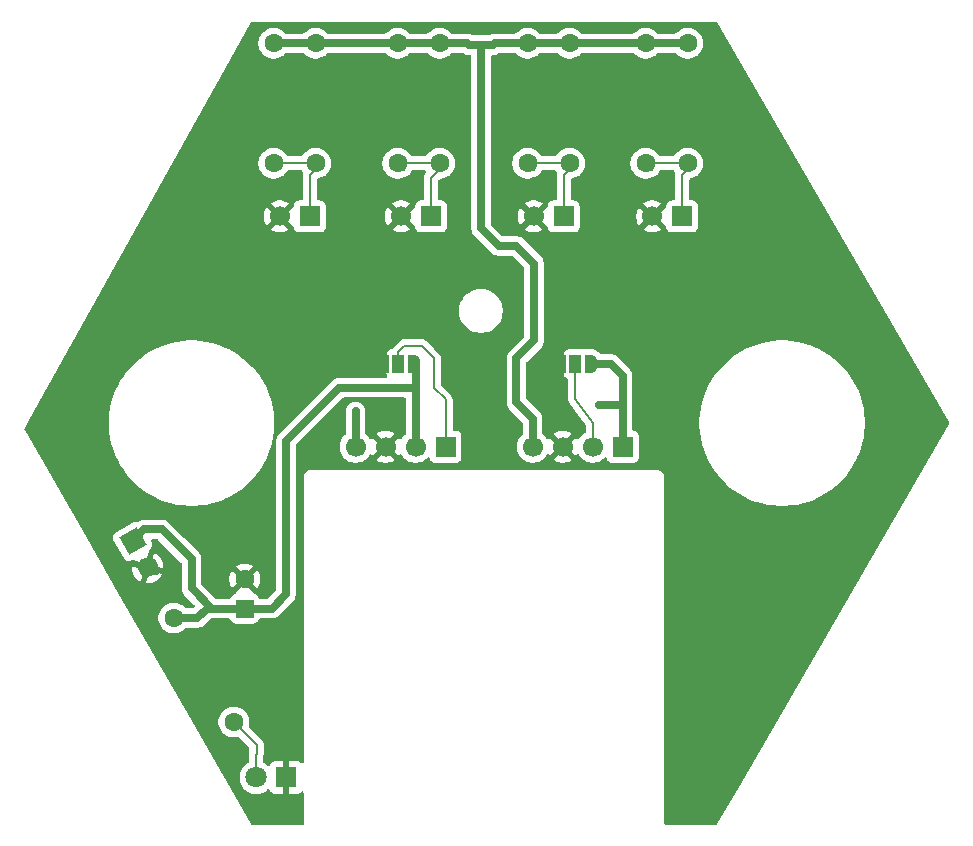
<source format=gbr>
%TF.GenerationSoftware,KiCad,Pcbnew,9.0.4*%
%TF.CreationDate,2025-10-05T02:15:27+02:00*%
%TF.ProjectId,hex-dna,6865782d-646e-4612-9e6b-696361645f70,rev?*%
%TF.SameCoordinates,Original*%
%TF.FileFunction,Copper,L1,Top*%
%TF.FilePolarity,Positive*%
%FSLAX46Y46*%
G04 Gerber Fmt 4.6, Leading zero omitted, Abs format (unit mm)*
G04 Created by KiCad (PCBNEW 9.0.4) date 2025-10-05 02:15:27*
%MOMM*%
%LPD*%
G01*
G04 APERTURE LIST*
G04 Aperture macros list*
%AMRoundRect*
0 Rectangle with rounded corners*
0 $1 Rounding radius*
0 $2 $3 $4 $5 $6 $7 $8 $9 X,Y pos of 4 corners*
0 Add a 4 corners polygon primitive as box body*
4,1,4,$2,$3,$4,$5,$6,$7,$8,$9,$2,$3,0*
0 Add four circle primitives for the rounded corners*
1,1,$1+$1,$2,$3*
1,1,$1+$1,$4,$5*
1,1,$1+$1,$6,$7*
1,1,$1+$1,$8,$9*
0 Add four rect primitives between the rounded corners*
20,1,$1+$1,$2,$3,$4,$5,0*
20,1,$1+$1,$4,$5,$6,$7,0*
20,1,$1+$1,$6,$7,$8,$9,0*
20,1,$1+$1,$8,$9,$2,$3,0*%
%AMRotRect*
0 Rectangle, with rotation*
0 The origin of the aperture is its center*
0 $1 length*
0 $2 width*
0 $3 Rotation angle, in degrees counterclockwise*
0 Add horizontal line*
21,1,$1,$2,0,0,$3*%
%AMFreePoly0*
4,1,23,0.550000,-0.750000,0.000000,-0.750000,0.000000,-0.745722,-0.065263,-0.745722,-0.191342,-0.711940,-0.304381,-0.646677,-0.396677,-0.554381,-0.461940,-0.441342,-0.495722,-0.315263,-0.495722,-0.250000,-0.500000,-0.250000,-0.500000,0.250000,-0.495722,0.250000,-0.495722,0.315263,-0.461940,0.441342,-0.396677,0.554381,-0.304381,0.646677,-0.191342,0.711940,-0.065263,0.745722,0.000000,0.745722,
0.000000,0.750000,0.550000,0.750000,0.550000,-0.750000,0.550000,-0.750000,$1*%
%AMFreePoly1*
4,1,23,0.000000,0.745722,0.065263,0.745722,0.191342,0.711940,0.304381,0.646677,0.396677,0.554381,0.461940,0.441342,0.495722,0.315263,0.495722,0.250000,0.500000,0.250000,0.500000,-0.250000,0.495722,-0.250000,0.495722,-0.315263,0.461940,-0.441342,0.396677,-0.554381,0.304381,-0.646677,0.191342,-0.711940,0.065263,-0.745722,0.000000,-0.745722,0.000000,-0.750000,-0.550000,-0.750000,
-0.550000,0.750000,0.000000,0.750000,0.000000,0.745722,0.000000,0.745722,$1*%
G04 Aperture macros list end*
%TA.AperFunction,Conductor*%
%ADD10C,0.200000*%
%TD*%
%TA.AperFunction,ComponentPad*%
%ADD11R,1.700000X1.700000*%
%TD*%
%TA.AperFunction,ComponentPad*%
%ADD12C,1.700000*%
%TD*%
%TA.AperFunction,SMDPad,CuDef*%
%ADD13FreePoly0,180.000000*%
%TD*%
%TA.AperFunction,SMDPad,CuDef*%
%ADD14R,1.000000X1.500000*%
%TD*%
%TA.AperFunction,SMDPad,CuDef*%
%ADD15FreePoly1,180.000000*%
%TD*%
%TA.AperFunction,ComponentPad*%
%ADD16C,1.600000*%
%TD*%
%TA.AperFunction,ComponentPad*%
%ADD17R,1.800000X1.800000*%
%TD*%
%TA.AperFunction,ComponentPad*%
%ADD18C,1.800000*%
%TD*%
%TA.AperFunction,ComponentPad*%
%ADD19RotRect,1.700000X1.700000X30.000000*%
%TD*%
%TA.AperFunction,ComponentPad*%
%ADD20RoundRect,0.250000X0.550000X-0.550000X0.550000X0.550000X-0.550000X0.550000X-0.550000X-0.550000X0*%
%TD*%
%TA.AperFunction,ViaPad*%
%ADD21C,0.600000*%
%TD*%
%TA.AperFunction,Conductor*%
%ADD22C,0.300000*%
%TD*%
%TA.AperFunction,Conductor*%
%ADD23C,0.650000*%
%TD*%
G04 APERTURE END LIST*
D10*
%TO.N,Net-(J5-Pin_2)*%
X69500000Y-53000000D02*
X68000000Y-51000000D01*
X68000000Y-51000000D02*
X68000000Y-48000000D01*
X69500000Y-55000000D02*
X69500000Y-53000000D01*
%TD*%
D11*
%TO.P,J3,1,Pin_1*%
%TO.N,Net-(J3-Pin_1)*%
X55775001Y-35500000D03*
D12*
%TO.P,J3,2,Pin_2*%
%TO.N,GND*%
X53235001Y-35500000D03*
%TD*%
D11*
%TO.P,+3V3 GND +5V EN,1,Pin_1*%
%TO.N,Net-(J6-Pin_1)*%
X57000000Y-55000000D03*
D12*
%TO.P,+3V3 GND +5V EN,2,Pin_2*%
%TO.N,+5V*%
X54460000Y-55000000D03*
%TO.P,+3V3 GND +5V EN,3,Pin_3*%
%TO.N,GND*%
X51920000Y-55000000D03*
%TO.P,+3V3 GND +5V EN,4,Pin_4*%
%TO.N,+3V3*%
X49380000Y-55000000D03*
%TD*%
D13*
%TO.P,JP2,1,A*%
%TO.N,+3V3*%
X69300000Y-48000000D03*
D14*
%TO.P,JP2,2,C*%
%TO.N,Net-(J5-Pin_2)*%
X68000000Y-48000000D03*
D15*
%TO.P,JP2,3,B*%
%TO.N,GND*%
X66700000Y-48000000D03*
%TD*%
D16*
%TO.P,R6,1*%
%TO.N,Net-(J4-Pin_1)*%
X67500000Y-31000000D03*
%TO.P,R6,2*%
%TO.N,+3V_const*%
X67500000Y-20840000D03*
%TD*%
%TO.P,R1,1*%
%TO.N,Net-(J2-Pin_1)*%
X42450000Y-31000000D03*
%TO.P,R1,2*%
%TO.N,+3V_const*%
X42450000Y-20840000D03*
%TD*%
D13*
%TO.P,JP1,1,A*%
%TO.N,+5V*%
X54300000Y-48000000D03*
D14*
%TO.P,JP1,2,C*%
%TO.N,Net-(J6-Pin_1)*%
X53000000Y-48000000D03*
D15*
%TO.P,JP1,3,B*%
%TO.N,GND*%
X51700000Y-48000000D03*
%TD*%
D16*
%TO.P,R4,1*%
%TO.N,Net-(J3-Pin_1)*%
X56500000Y-31000000D03*
%TO.P,R4,2*%
%TO.N,+3V_const*%
X56500000Y-20840000D03*
%TD*%
D11*
%TO.P,J4,1,Pin_1*%
%TO.N,Net-(J4-Pin_1)*%
X67000000Y-35500000D03*
D12*
%TO.P,J4,2,Pin_2*%
%TO.N,GND*%
X64460000Y-35500000D03*
%TD*%
D17*
%TO.P,D1,1,K*%
%TO.N,GND*%
X43500000Y-82999999D03*
D18*
%TO.P,D1,2,A*%
%TO.N,Net-(D1-A)*%
X40960000Y-82999999D03*
%TD*%
D11*
%TO.P,+3V_CC GND CE +3V3,1,Pin_1*%
%TO.N,+3V3*%
X72000000Y-55000000D03*
D12*
%TO.P,+3V_CC GND CE +3V3,2,Pin_2*%
%TO.N,Net-(J5-Pin_2)*%
X69460000Y-55000000D03*
%TO.P,+3V_CC GND CE +3V3,3,Pin_3*%
%TO.N,GND*%
X66920000Y-55000000D03*
%TO.P,+3V_CC GND CE +3V3,4,Pin_4*%
%TO.N,+3V_const*%
X64380000Y-55000000D03*
%TD*%
D16*
%TO.P,R5,1*%
%TO.N,Net-(J4-Pin_1)*%
X63950000Y-31000000D03*
%TO.P,R5,2*%
%TO.N,+3V_const*%
X63950000Y-20840000D03*
%TD*%
%TO.P,R2,1*%
%TO.N,Net-(J2-Pin_1)*%
X46000000Y-31000000D03*
%TO.P,R2,2*%
%TO.N,+3V_const*%
X46000000Y-20840000D03*
%TD*%
D19*
%TO.P,J1,1,Pin_1*%
%TO.N,+5V*%
X30500000Y-63000000D03*
D12*
%TO.P,J1,2,Pin_2*%
%TO.N,GND*%
X31770000Y-65199705D03*
%TD*%
D16*
%TO.P,R7,1*%
%TO.N,Net-(J7-Pin_1)*%
X73950000Y-31000000D03*
%TO.P,R7,2*%
%TO.N,+3V_const*%
X73950000Y-20840000D03*
%TD*%
D11*
%TO.P,J7,1,Pin_1*%
%TO.N,Net-(J7-Pin_1)*%
X77040003Y-35500000D03*
D12*
%TO.P,J7,2,Pin_2*%
%TO.N,GND*%
X74500003Y-35500000D03*
%TD*%
D20*
%TO.P,C1,1*%
%TO.N,+5V*%
X40000000Y-68705113D03*
D16*
%TO.P,C1,2*%
%TO.N,GND*%
X40000000Y-66205113D03*
%TD*%
%TO.P,R9,1*%
%TO.N,+5V*%
X34000000Y-69500000D03*
%TO.P,R9,2*%
%TO.N,Net-(D1-A)*%
X39080000Y-78298817D03*
%TD*%
D11*
%TO.P,J2,1,Pin_1*%
%TO.N,Net-(J2-Pin_1)*%
X45500000Y-35500000D03*
D12*
%TO.P,J2,2,Pin_2*%
%TO.N,GND*%
X42960000Y-35500000D03*
%TD*%
D16*
%TO.P,R3,1*%
%TO.N,Net-(J3-Pin_1)*%
X52950000Y-31000000D03*
%TO.P,R3,2*%
%TO.N,+3V_const*%
X52950000Y-20840000D03*
%TD*%
%TO.P,R8,1*%
%TO.N,Net-(J7-Pin_1)*%
X77500000Y-31000000D03*
%TO.P,R8,2*%
%TO.N,+3V_const*%
X77500000Y-20840000D03*
%TD*%
D21*
%TO.N,GND*%
X49500000Y-33354415D03*
X66500000Y-44500000D03*
X28500000Y-59000000D03*
X42000000Y-73000000D03*
X43500000Y-79500000D03*
X84000000Y-41000000D03*
X61000000Y-55000000D03*
X78386018Y-83500000D03*
X49000000Y-48000000D03*
X84000000Y-30000000D03*
X46000000Y-55500000D03*
X40000000Y-30000000D03*
X47500000Y-43500000D03*
X37000000Y-44000000D03*
X95500000Y-52000000D03*
X45500000Y-24500000D03*
X74500000Y-44000000D03*
X92000000Y-60000000D03*
X78500000Y-59500000D03*
%TO.N,+3V3*%
X70000000Y-51500000D03*
X49380000Y-52000000D03*
%TD*%
D22*
%TO.N,GND*%
X66500000Y-47800000D02*
X66700000Y-48000000D01*
D10*
X66500000Y-52660000D02*
X66500000Y-52500000D01*
X49000000Y-48000000D02*
X49500000Y-48000000D01*
D22*
X51700000Y-48000000D02*
X49000000Y-48000000D01*
D23*
X31500000Y-65500000D02*
X32500000Y-65500000D01*
D22*
X66500000Y-44500000D02*
X66500000Y-47800000D01*
D23*
%TO.N,+5V*%
X43500000Y-67500000D02*
X42294887Y-68705113D01*
X54460000Y-50000000D02*
X48000000Y-50000000D01*
X42294887Y-68705113D02*
X40000000Y-68705113D01*
X43500000Y-54500000D02*
X43500000Y-67500000D01*
X33000000Y-62000000D02*
X31500000Y-62000000D01*
X37205113Y-68705113D02*
X35500000Y-67000000D01*
X35500000Y-67000000D02*
X35500000Y-64500000D01*
X36000000Y-69500000D02*
X34000000Y-69500000D01*
X48000000Y-50000000D02*
X43500000Y-54500000D01*
X54460000Y-50000000D02*
X54460000Y-48160000D01*
X40000000Y-68705113D02*
X37205113Y-68705113D01*
X36794887Y-68705113D02*
X36000000Y-69500000D01*
X31500000Y-62000000D02*
X30500000Y-63000000D01*
X35500000Y-64500000D02*
X33000000Y-62000000D01*
X54460000Y-55000000D02*
X54460000Y-50000000D01*
D10*
X54460000Y-48160000D02*
X54300000Y-48000000D01*
D23*
X37205113Y-68705113D02*
X36794887Y-68705113D01*
%TO.N,+3V3*%
X70000000Y-51500000D02*
X72000000Y-51500000D01*
X71000000Y-48000000D02*
X69300000Y-48000000D01*
X72000000Y-49000000D02*
X71000000Y-48000000D01*
X49380000Y-52000000D02*
X49380000Y-55000000D01*
X72000000Y-55000000D02*
X72000000Y-50500000D01*
X72000000Y-50500000D02*
X72000000Y-49000000D01*
D10*
%TO.N,Net-(J6-Pin_1)*%
X57000000Y-51000000D02*
X57000000Y-55000000D01*
X53000000Y-48000000D02*
X53000000Y-47000000D01*
X56000000Y-50000000D02*
X57000000Y-51000000D01*
X57500000Y-54500000D02*
X57000000Y-55000000D01*
X56000000Y-47500000D02*
X56000000Y-50000000D01*
X53000000Y-47000000D02*
X53500000Y-46500000D01*
X53500000Y-46500000D02*
X55000000Y-46500000D01*
X55000000Y-46500000D02*
X56000000Y-47500000D01*
D23*
%TO.N,+3V_const*%
X60000000Y-21000000D02*
X61000000Y-21000000D01*
X60000000Y-21000000D02*
X60000000Y-36500000D01*
X58840000Y-20840000D02*
X56500000Y-20840000D01*
X59000000Y-21000000D02*
X58840000Y-20840000D01*
X64500000Y-46000000D02*
X63000000Y-47500000D01*
X52950000Y-20840000D02*
X46000000Y-20840000D01*
X61160000Y-20840000D02*
X63950000Y-20840000D01*
X67500000Y-20840000D02*
X73950000Y-20840000D01*
X63000000Y-51240000D02*
X64380000Y-52620000D01*
X64380000Y-52620000D02*
X64380000Y-55000000D01*
X73950000Y-20840000D02*
X77500000Y-20840000D01*
X64500000Y-39500000D02*
X64500000Y-46000000D01*
X61000000Y-21000000D02*
X61160000Y-20840000D01*
X63950000Y-20840000D02*
X67500000Y-20840000D01*
X61500000Y-38000000D02*
X63000000Y-38000000D01*
X63000000Y-47500000D02*
X63000000Y-51240000D01*
X60000000Y-21000000D02*
X59000000Y-21000000D01*
X46000000Y-20840000D02*
X42450000Y-20840000D01*
X56500000Y-20840000D02*
X52950000Y-20840000D01*
X63000000Y-38000000D02*
X64500000Y-39500000D01*
X60000000Y-36500000D02*
X61500000Y-38000000D01*
D10*
%TO.N,Net-(J2-Pin_1)*%
X46000000Y-31000000D02*
X46000000Y-31500000D01*
X42725000Y-31275000D02*
X42450000Y-31000000D01*
X42450000Y-31000000D02*
X46000000Y-31000000D01*
X45500000Y-32000000D02*
X45500000Y-35500000D01*
X46000000Y-31500000D02*
X45500000Y-32000000D01*
%TO.N,Net-(J3-Pin_1)*%
X55775001Y-32224999D02*
X55775001Y-35500000D01*
X56500000Y-31000000D02*
X56500000Y-31500000D01*
X52950000Y-31000000D02*
X56500000Y-31000000D01*
X53500000Y-31550000D02*
X52950000Y-31000000D01*
X56500000Y-31500000D02*
X55775001Y-32224999D01*
%TO.N,Net-(J4-Pin_1)*%
X63950000Y-31000000D02*
X67500000Y-31000000D01*
X64500000Y-31550000D02*
X63950000Y-31000000D01*
X67000000Y-32000000D02*
X67000000Y-35500000D01*
X67500000Y-31500000D02*
X67000000Y-32000000D01*
X67500000Y-31000000D02*
X67500000Y-31500000D01*
%TO.N,Net-(J7-Pin_1)*%
X73950000Y-31000000D02*
X77500000Y-31000000D01*
X77500000Y-31500000D02*
X77040003Y-31959997D01*
X77040003Y-31959997D02*
X77040003Y-35500000D01*
X77500000Y-31000000D02*
X77500000Y-31500000D01*
X74500000Y-31550000D02*
X73950000Y-31000000D01*
%TO.N,Net-(D1-A)*%
X41000000Y-81000000D02*
X40959997Y-81040003D01*
X40959997Y-81040003D02*
X40959997Y-82999998D01*
X39079999Y-78298817D02*
X41000000Y-80218818D01*
X41000000Y-80218818D02*
X41000000Y-81000000D01*
%TD*%
%TA.AperFunction,Conductor*%
%TO.N,GND*%
G36*
X79957220Y-19020185D02*
G01*
X79997457Y-19062309D01*
X81603056Y-21831967D01*
X99635427Y-52937810D01*
X99652020Y-53005681D01*
X99635427Y-53062190D01*
X83008982Y-81742811D01*
X81472296Y-84393595D01*
X79997458Y-86937690D01*
X79946806Y-86985816D01*
X79890181Y-86999500D01*
X75624500Y-86999500D01*
X75557461Y-86979815D01*
X75511706Y-86927011D01*
X75500500Y-86875500D01*
X75500500Y-57434110D01*
X75500500Y-57434108D01*
X75466392Y-57306814D01*
X75400500Y-57192686D01*
X75307314Y-57099500D01*
X75250250Y-57066554D01*
X75193187Y-57033608D01*
X75129539Y-57016554D01*
X75065892Y-56999500D01*
X45565892Y-56999500D01*
X45434108Y-56999500D01*
X45306812Y-57033608D01*
X45192686Y-57099500D01*
X45192683Y-57099502D01*
X45099502Y-57192683D01*
X45099500Y-57192686D01*
X45033608Y-57306812D01*
X44999500Y-57434108D01*
X44999500Y-81693939D01*
X44979815Y-81760978D01*
X44927011Y-81806733D01*
X44857853Y-81816677D01*
X44794297Y-81787652D01*
X44776234Y-81768251D01*
X44757187Y-81742808D01*
X44642093Y-81656648D01*
X44642086Y-81656644D01*
X44507379Y-81606402D01*
X44507372Y-81606400D01*
X44447844Y-81599999D01*
X43750000Y-81599999D01*
X43750000Y-82624721D01*
X43673694Y-82580666D01*
X43559244Y-82549999D01*
X43440756Y-82549999D01*
X43326306Y-82580666D01*
X43250000Y-82624721D01*
X43250000Y-81599999D01*
X42552155Y-81599999D01*
X42492627Y-81606400D01*
X42492620Y-81606402D01*
X42357913Y-81656644D01*
X42357906Y-81656648D01*
X42242812Y-81742808D01*
X42242809Y-81742811D01*
X42156649Y-81857905D01*
X42156643Y-81857917D01*
X42126785Y-81937968D01*
X42084914Y-81993902D01*
X42019449Y-82018318D01*
X41951176Y-82003466D01*
X41922923Y-81982315D01*
X41872363Y-81931755D01*
X41872358Y-81931751D01*
X41694023Y-81802184D01*
X41628201Y-81768645D01*
X41577405Y-81720670D01*
X41560497Y-81658161D01*
X41560497Y-81244677D01*
X41564722Y-81212583D01*
X41589782Y-81119060D01*
X41600501Y-81079057D01*
X41600501Y-80920942D01*
X41600501Y-80913347D01*
X41600500Y-80913329D01*
X41600500Y-80139763D01*
X41600500Y-80139761D01*
X41559577Y-79987034D01*
X41559573Y-79987027D01*
X41480524Y-79850108D01*
X41480521Y-79850104D01*
X41480520Y-79850102D01*
X41368716Y-79738298D01*
X41368715Y-79738297D01*
X41364385Y-79733967D01*
X41364374Y-79733957D01*
X40374077Y-78743660D01*
X40340592Y-78682337D01*
X40343827Y-78617661D01*
X40348477Y-78603351D01*
X40380500Y-78401169D01*
X40380500Y-78196465D01*
X40348477Y-77994283D01*
X40285220Y-77799598D01*
X40285218Y-77799595D01*
X40285218Y-77799593D01*
X40251503Y-77733424D01*
X40192287Y-77617207D01*
X40184556Y-77606566D01*
X40071971Y-77451603D01*
X39927213Y-77306845D01*
X39761613Y-77186532D01*
X39761612Y-77186531D01*
X39761610Y-77186530D01*
X39704653Y-77157508D01*
X39579223Y-77093598D01*
X39384534Y-77030339D01*
X39209995Y-77002695D01*
X39182352Y-76998317D01*
X38977648Y-76998317D01*
X38953329Y-77002168D01*
X38775465Y-77030339D01*
X38580776Y-77093598D01*
X38398386Y-77186532D01*
X38232786Y-77306845D01*
X38088028Y-77451603D01*
X37967715Y-77617203D01*
X37874781Y-77799593D01*
X37811522Y-77994282D01*
X37779500Y-78196465D01*
X37779500Y-78401168D01*
X37811522Y-78603351D01*
X37874781Y-78798040D01*
X37967715Y-78980430D01*
X38088028Y-79146030D01*
X38232786Y-79290788D01*
X38387749Y-79403373D01*
X38398390Y-79411104D01*
X38514607Y-79470320D01*
X38580776Y-79504035D01*
X38580778Y-79504035D01*
X38580781Y-79504037D01*
X38685137Y-79537944D01*
X38775465Y-79567294D01*
X38876557Y-79583305D01*
X38977648Y-79599317D01*
X38977649Y-79599317D01*
X39182351Y-79599317D01*
X39182352Y-79599317D01*
X39384534Y-79567294D01*
X39398842Y-79562644D01*
X39468679Y-79560648D01*
X39524841Y-79592894D01*
X40363181Y-80431234D01*
X40396666Y-80492557D01*
X40399500Y-80518915D01*
X40399500Y-80795324D01*
X40395275Y-80827417D01*
X40359496Y-80960946D01*
X40359496Y-81129049D01*
X40359497Y-81129062D01*
X40359497Y-81658164D01*
X40339812Y-81725203D01*
X40291793Y-81768648D01*
X40225983Y-81802180D01*
X40225974Y-81802185D01*
X40047641Y-81931751D01*
X40047636Y-81931755D01*
X39891756Y-82087635D01*
X39891752Y-82087640D01*
X39762187Y-82265973D01*
X39662104Y-82462392D01*
X39662103Y-82462395D01*
X39593985Y-82672046D01*
X39559500Y-82889777D01*
X39559500Y-83110220D01*
X39593985Y-83327951D01*
X39662103Y-83537602D01*
X39662104Y-83537605D01*
X39762187Y-83734024D01*
X39891752Y-83912357D01*
X39891756Y-83912362D01*
X40047636Y-84068242D01*
X40047641Y-84068246D01*
X40203192Y-84181259D01*
X40225978Y-84197814D01*
X40292577Y-84231748D01*
X40422393Y-84297894D01*
X40422396Y-84297895D01*
X40527221Y-84331954D01*
X40632049Y-84366014D01*
X40849778Y-84400499D01*
X40849779Y-84400499D01*
X41070221Y-84400499D01*
X41070222Y-84400499D01*
X41287951Y-84366014D01*
X41497606Y-84297894D01*
X41694022Y-84197814D01*
X41872365Y-84068241D01*
X41922924Y-84017681D01*
X41984245Y-83984197D01*
X42053936Y-83989181D01*
X42109870Y-84031052D01*
X42126786Y-84062029D01*
X42156646Y-84142086D01*
X42156649Y-84142092D01*
X42242809Y-84257186D01*
X42242812Y-84257189D01*
X42357906Y-84343349D01*
X42357913Y-84343353D01*
X42492620Y-84393595D01*
X42492627Y-84393597D01*
X42552155Y-84399998D01*
X42552172Y-84399999D01*
X43250000Y-84399999D01*
X43250000Y-83375276D01*
X43326306Y-83419332D01*
X43440756Y-83449999D01*
X43559244Y-83449999D01*
X43673694Y-83419332D01*
X43750000Y-83375276D01*
X43750000Y-84399999D01*
X44447828Y-84399999D01*
X44447844Y-84399998D01*
X44507372Y-84393597D01*
X44507379Y-84393595D01*
X44642086Y-84343353D01*
X44642093Y-84343349D01*
X44757187Y-84257189D01*
X44757188Y-84257188D01*
X44776233Y-84231748D01*
X44832166Y-84189876D01*
X44901858Y-84184892D01*
X44963181Y-84218377D01*
X44996666Y-84279700D01*
X44999500Y-84306058D01*
X44999500Y-86875500D01*
X44979815Y-86942539D01*
X44927011Y-86988294D01*
X44875500Y-86999500D01*
X40611752Y-86999500D01*
X40544713Y-86979815D01*
X40504187Y-86937192D01*
X35523711Y-78253285D01*
X29267798Y-67345540D01*
X27721562Y-64649539D01*
X26635958Y-62756690D01*
X26635957Y-62756689D01*
X26603967Y-62700912D01*
X28833373Y-62700912D01*
X28833373Y-62700913D01*
X28857241Y-62842839D01*
X28881499Y-62897676D01*
X29779369Y-64452828D01*
X29779371Y-64452832D01*
X29804865Y-64487747D01*
X29814725Y-64501250D01*
X29925704Y-64592883D01*
X29925706Y-64592885D01*
X29985533Y-64618504D01*
X30058007Y-64649539D01*
X30200912Y-64666626D01*
X30200913Y-64666626D01*
X30248221Y-64658670D01*
X30342841Y-64642758D01*
X30397669Y-64618504D01*
X30406814Y-64613223D01*
X30474713Y-64596748D01*
X30500913Y-64600833D01*
X31416448Y-64846150D01*
X31369901Y-64892698D01*
X31304075Y-65006712D01*
X31270000Y-65133879D01*
X31270000Y-65265531D01*
X31287037Y-65329115D01*
X30656716Y-65160221D01*
X30420000Y-65096793D01*
X30420000Y-65305951D01*
X30453242Y-65515832D01*
X30453242Y-65515835D01*
X30518904Y-65717922D01*
X30615379Y-65907262D01*
X30740272Y-66079164D01*
X30740276Y-66079169D01*
X30890535Y-66229428D01*
X30890540Y-66229432D01*
X31062442Y-66354325D01*
X31185058Y-66416802D01*
X31416445Y-65553256D01*
X31462993Y-65599804D01*
X31577007Y-65665630D01*
X31704174Y-65699705D01*
X31835826Y-65699705D01*
X31899409Y-65682667D01*
X31667088Y-66549704D01*
X31667088Y-66549705D01*
X31876246Y-66549705D01*
X32086127Y-66516462D01*
X32086130Y-66516462D01*
X32288217Y-66450800D01*
X32477557Y-66354325D01*
X32649459Y-66229432D01*
X32649464Y-66229428D01*
X32799723Y-66079169D01*
X32799727Y-66079164D01*
X32924620Y-65907263D01*
X32987097Y-65784645D01*
X32123552Y-65553258D01*
X32170099Y-65506712D01*
X32235925Y-65392698D01*
X32270000Y-65265531D01*
X32270000Y-65133879D01*
X32252961Y-65070292D01*
X33119999Y-65302615D01*
X33120000Y-65302615D01*
X33120000Y-65093458D01*
X33086757Y-64883577D01*
X33086757Y-64883574D01*
X33021095Y-64681487D01*
X32924620Y-64492147D01*
X32799727Y-64320245D01*
X32799723Y-64320240D01*
X32649464Y-64169981D01*
X32649459Y-64169977D01*
X32477557Y-64045084D01*
X32354939Y-63982606D01*
X32123552Y-64846151D01*
X32077007Y-64799606D01*
X31962993Y-64733780D01*
X31835826Y-64699705D01*
X31704174Y-64699705D01*
X31640587Y-64716743D01*
X31885907Y-63801203D01*
X31922272Y-63741543D01*
X31943683Y-63725910D01*
X31952829Y-63720630D01*
X32001250Y-63685275D01*
X32092884Y-63574295D01*
X32149539Y-63441993D01*
X32166626Y-63299088D01*
X32142758Y-63157159D01*
X32118504Y-63102331D01*
X32118502Y-63102327D01*
X32118500Y-63102323D01*
X32066063Y-63011500D01*
X32049590Y-62943600D01*
X32072442Y-62877573D01*
X32127364Y-62834382D01*
X32173450Y-62825500D01*
X32606705Y-62825500D01*
X32673744Y-62845185D01*
X32694386Y-62861819D01*
X34638181Y-64805614D01*
X34671666Y-64866937D01*
X34674500Y-64893295D01*
X34674500Y-66918695D01*
X34674500Y-67081305D01*
X34674500Y-67081307D01*
X34674499Y-67081307D01*
X34706222Y-67240783D01*
X34706225Y-67240793D01*
X34768450Y-67391019D01*
X34768452Y-67391023D01*
X34858788Y-67526220D01*
X34858794Y-67526228D01*
X35744885Y-68412319D01*
X35749223Y-68420264D01*
X35756470Y-68425689D01*
X35765705Y-68450448D01*
X35778370Y-68473642D01*
X35777724Y-68482671D01*
X35780888Y-68491153D01*
X35775271Y-68516975D01*
X35773386Y-68543334D01*
X35767568Y-68552386D01*
X35766037Y-68559426D01*
X35744886Y-68587680D01*
X35694387Y-68638180D01*
X35633064Y-68671666D01*
X35606705Y-68674500D01*
X35065047Y-68674500D01*
X34998008Y-68654815D01*
X34977366Y-68638181D01*
X34847213Y-68508028D01*
X34681613Y-68387715D01*
X34681612Y-68387714D01*
X34681610Y-68387713D01*
X34624653Y-68358691D01*
X34499223Y-68294781D01*
X34304534Y-68231522D01*
X34129995Y-68203878D01*
X34102352Y-68199500D01*
X33897648Y-68199500D01*
X33873329Y-68203351D01*
X33695465Y-68231522D01*
X33500776Y-68294781D01*
X33318386Y-68387715D01*
X33152786Y-68508028D01*
X33008028Y-68652786D01*
X32887715Y-68818386D01*
X32794781Y-69000776D01*
X32731522Y-69195465D01*
X32699500Y-69397648D01*
X32699500Y-69602351D01*
X32731522Y-69804534D01*
X32794781Y-69999223D01*
X32887715Y-70181613D01*
X33008028Y-70347213D01*
X33152786Y-70491971D01*
X33307749Y-70604556D01*
X33318390Y-70612287D01*
X33434607Y-70671503D01*
X33500776Y-70705218D01*
X33500778Y-70705218D01*
X33500781Y-70705220D01*
X33605137Y-70739127D01*
X33695465Y-70768477D01*
X33796557Y-70784488D01*
X33897648Y-70800500D01*
X33897649Y-70800500D01*
X34102351Y-70800500D01*
X34102352Y-70800500D01*
X34304534Y-70768477D01*
X34499219Y-70705220D01*
X34681610Y-70612287D01*
X34774590Y-70544732D01*
X34847213Y-70491971D01*
X34847215Y-70491968D01*
X34847219Y-70491966D01*
X34977366Y-70361819D01*
X35038689Y-70328334D01*
X35065047Y-70325500D01*
X36081307Y-70325500D01*
X36188598Y-70304157D01*
X36240789Y-70293776D01*
X36391021Y-70231548D01*
X36391023Y-70231547D01*
X36465759Y-70181610D01*
X36526225Y-70141208D01*
X37100501Y-69566932D01*
X37161824Y-69533447D01*
X37188182Y-69530613D01*
X38668942Y-69530613D01*
X38735981Y-69550298D01*
X38774479Y-69589514D01*
X38857288Y-69723769D01*
X38981344Y-69847825D01*
X39130666Y-69939927D01*
X39297203Y-69995112D01*
X39399991Y-70005613D01*
X40600008Y-70005612D01*
X40702797Y-69995112D01*
X40869334Y-69939927D01*
X41018656Y-69847825D01*
X41142712Y-69723769D01*
X41225519Y-69589515D01*
X41277467Y-69542792D01*
X41331058Y-69530613D01*
X42376194Y-69530613D01*
X42483485Y-69509270D01*
X42535676Y-69498889D01*
X42685908Y-69436661D01*
X42685910Y-69436660D01*
X42753056Y-69391793D01*
X42821112Y-69346321D01*
X44141208Y-68026225D01*
X44231548Y-67891021D01*
X44293776Y-67740789D01*
X44325500Y-67581305D01*
X44325500Y-67418695D01*
X44325500Y-54893295D01*
X44331470Y-54872962D01*
X44331216Y-54871194D01*
X44333382Y-54866449D01*
X44334144Y-54863854D01*
X44340668Y-54833868D01*
X44344422Y-54828852D01*
X44345185Y-54826256D01*
X44361819Y-54805614D01*
X48305614Y-50861819D01*
X48366937Y-50828334D01*
X48393295Y-50825500D01*
X53510500Y-50825500D01*
X53577539Y-50845185D01*
X53623294Y-50897989D01*
X53634500Y-50949500D01*
X53634500Y-53867269D01*
X53614815Y-53934308D01*
X53583392Y-53967582D01*
X53580214Y-53969891D01*
X53580205Y-53969898D01*
X53429890Y-54120213D01*
X53304949Y-54292182D01*
X53300202Y-54301499D01*
X53252227Y-54352293D01*
X53184405Y-54369087D01*
X53118271Y-54346548D01*
X53079234Y-54301495D01*
X53074626Y-54292452D01*
X53035270Y-54238282D01*
X53035269Y-54238282D01*
X52402962Y-54870590D01*
X52385925Y-54807007D01*
X52320099Y-54692993D01*
X52227007Y-54599901D01*
X52112993Y-54534075D01*
X52049409Y-54517037D01*
X52681716Y-53884728D01*
X52627550Y-53845375D01*
X52438217Y-53748904D01*
X52236129Y-53683242D01*
X52026246Y-53650000D01*
X51813754Y-53650000D01*
X51603872Y-53683242D01*
X51603869Y-53683242D01*
X51401782Y-53748904D01*
X51212439Y-53845380D01*
X51158282Y-53884727D01*
X51158282Y-53884728D01*
X51790591Y-54517037D01*
X51727007Y-54534075D01*
X51612993Y-54599901D01*
X51519901Y-54692993D01*
X51454075Y-54807007D01*
X51437037Y-54870591D01*
X50804728Y-54238282D01*
X50804727Y-54238282D01*
X50765380Y-54292440D01*
X50765376Y-54292446D01*
X50760760Y-54301505D01*
X50712781Y-54352297D01*
X50644959Y-54369087D01*
X50578826Y-54346543D01*
X50539794Y-54301493D01*
X50535051Y-54292184D01*
X50535049Y-54292181D01*
X50535048Y-54292179D01*
X50410109Y-54120213D01*
X50310560Y-54020664D01*
X50259792Y-53969896D01*
X50249875Y-53962691D01*
X50243845Y-53956930D01*
X50230397Y-53933586D01*
X50213946Y-53912249D01*
X50211934Y-53901537D01*
X50208968Y-53896388D01*
X50209379Y-53887927D01*
X50205500Y-53867269D01*
X50205500Y-51918692D01*
X50173777Y-51759216D01*
X50173776Y-51759215D01*
X50173776Y-51759211D01*
X50120679Y-51631023D01*
X50111549Y-51608980D01*
X50111547Y-51608976D01*
X50021211Y-51473779D01*
X50021205Y-51473771D01*
X49906228Y-51358794D01*
X49906220Y-51358788D01*
X49771023Y-51268452D01*
X49771019Y-51268450D01*
X49620793Y-51206225D01*
X49620783Y-51206222D01*
X49461307Y-51174500D01*
X49461305Y-51174500D01*
X49298695Y-51174500D01*
X49298693Y-51174500D01*
X49139216Y-51206222D01*
X49139206Y-51206225D01*
X48988980Y-51268450D01*
X48988976Y-51268452D01*
X48853779Y-51358788D01*
X48853771Y-51358794D01*
X48738794Y-51473771D01*
X48738788Y-51473779D01*
X48648452Y-51608976D01*
X48648450Y-51608980D01*
X48586225Y-51759206D01*
X48586222Y-51759216D01*
X48554500Y-51918692D01*
X48554500Y-53867269D01*
X48534815Y-53934308D01*
X48503392Y-53967582D01*
X48500214Y-53969891D01*
X48500205Y-53969898D01*
X48349890Y-54120213D01*
X48224951Y-54292179D01*
X48128444Y-54481585D01*
X48062753Y-54683760D01*
X48029500Y-54893713D01*
X48029500Y-55106286D01*
X48062753Y-55316239D01*
X48128444Y-55518414D01*
X48224951Y-55707820D01*
X48349890Y-55879786D01*
X48500213Y-56030109D01*
X48672179Y-56155048D01*
X48672181Y-56155049D01*
X48672184Y-56155051D01*
X48861588Y-56251557D01*
X49063757Y-56317246D01*
X49273713Y-56350500D01*
X49273714Y-56350500D01*
X49486286Y-56350500D01*
X49486287Y-56350500D01*
X49696243Y-56317246D01*
X49898412Y-56251557D01*
X50087816Y-56155051D01*
X50174138Y-56092335D01*
X50259786Y-56030109D01*
X50259788Y-56030106D01*
X50259792Y-56030104D01*
X50410104Y-55879792D01*
X50410106Y-55879788D01*
X50410109Y-55879786D01*
X50495890Y-55761717D01*
X50535051Y-55707816D01*
X50539793Y-55698508D01*
X50587763Y-55647711D01*
X50655583Y-55630911D01*
X50721719Y-55653445D01*
X50760763Y-55698500D01*
X50765373Y-55707547D01*
X50804728Y-55761716D01*
X51437037Y-55129408D01*
X51454075Y-55192993D01*
X51519901Y-55307007D01*
X51612993Y-55400099D01*
X51727007Y-55465925D01*
X51790590Y-55482962D01*
X51158282Y-56115269D01*
X51158282Y-56115270D01*
X51212449Y-56154624D01*
X51401782Y-56251095D01*
X51603870Y-56316757D01*
X51813754Y-56350000D01*
X52026246Y-56350000D01*
X52236127Y-56316757D01*
X52236130Y-56316757D01*
X52438217Y-56251095D01*
X52627554Y-56154622D01*
X52681716Y-56115270D01*
X52681717Y-56115270D01*
X52049408Y-55482962D01*
X52112993Y-55465925D01*
X52227007Y-55400099D01*
X52320099Y-55307007D01*
X52385925Y-55192993D01*
X52402962Y-55129408D01*
X53035270Y-55761717D01*
X53035270Y-55761716D01*
X53074622Y-55707555D01*
X53079232Y-55698507D01*
X53127205Y-55647709D01*
X53195025Y-55630912D01*
X53261161Y-55653447D01*
X53300204Y-55698504D01*
X53304949Y-55707817D01*
X53429890Y-55879786D01*
X53580213Y-56030109D01*
X53752179Y-56155048D01*
X53752181Y-56155049D01*
X53752184Y-56155051D01*
X53941588Y-56251557D01*
X54143757Y-56317246D01*
X54353713Y-56350500D01*
X54353714Y-56350500D01*
X54566286Y-56350500D01*
X54566287Y-56350500D01*
X54776243Y-56317246D01*
X54978412Y-56251557D01*
X55167816Y-56155051D01*
X55339792Y-56030104D01*
X55453329Y-55916566D01*
X55514648Y-55883084D01*
X55584340Y-55888068D01*
X55640274Y-55929939D01*
X55657189Y-55960917D01*
X55706202Y-56092328D01*
X55706206Y-56092335D01*
X55792452Y-56207544D01*
X55792455Y-56207547D01*
X55907664Y-56293793D01*
X55907671Y-56293797D01*
X56042517Y-56344091D01*
X56042516Y-56344091D01*
X56049444Y-56344835D01*
X56102127Y-56350500D01*
X57897872Y-56350499D01*
X57957483Y-56344091D01*
X58092331Y-56293796D01*
X58207546Y-56207546D01*
X58293796Y-56092331D01*
X58344091Y-55957483D01*
X58350500Y-55897873D01*
X58350499Y-54102128D01*
X58344091Y-54042517D01*
X58342810Y-54039083D01*
X58293797Y-53907671D01*
X58293793Y-53907664D01*
X58207547Y-53792455D01*
X58207544Y-53792452D01*
X58092335Y-53706206D01*
X58092328Y-53706202D01*
X57957482Y-53655908D01*
X57957483Y-53655908D01*
X57897883Y-53649501D01*
X57897881Y-53649500D01*
X57897873Y-53649500D01*
X57897865Y-53649500D01*
X57724500Y-53649500D01*
X57657461Y-53629815D01*
X57611706Y-53577011D01*
X57600500Y-53525500D01*
X57600500Y-51089060D01*
X57600501Y-51089047D01*
X57600501Y-50920944D01*
X57583846Y-50858788D01*
X57559577Y-50768216D01*
X57499001Y-50663294D01*
X57480524Y-50631290D01*
X57480518Y-50631282D01*
X56636819Y-49787583D01*
X56603334Y-49726260D01*
X56600500Y-49699902D01*
X56600500Y-47589060D01*
X56600501Y-47589047D01*
X56600501Y-47420944D01*
X56600501Y-47420943D01*
X56559577Y-47268216D01*
X56546730Y-47245964D01*
X56480524Y-47131290D01*
X56480518Y-47131282D01*
X56044283Y-46695047D01*
X55487589Y-46138354D01*
X55487588Y-46138352D01*
X55368717Y-46019481D01*
X55368716Y-46019480D01*
X55281904Y-45969360D01*
X55281904Y-45969359D01*
X55281900Y-45969358D01*
X55231785Y-45940423D01*
X55079057Y-45899499D01*
X54920943Y-45899499D01*
X54913347Y-45899499D01*
X54913331Y-45899500D01*
X53586670Y-45899500D01*
X53586654Y-45899499D01*
X53579058Y-45899499D01*
X53420943Y-45899499D01*
X53349304Y-45918695D01*
X53268214Y-45940423D01*
X53268209Y-45940426D01*
X53131290Y-46019475D01*
X53131282Y-46019481D01*
X52624217Y-46526546D01*
X52624214Y-46526548D01*
X52624215Y-46526549D01*
X52519477Y-46631287D01*
X52482666Y-46695047D01*
X52432099Y-46743263D01*
X52399792Y-46752958D01*
X52400068Y-46754124D01*
X52392520Y-46755907D01*
X52257671Y-46806202D01*
X52257664Y-46806206D01*
X52142455Y-46892452D01*
X52142452Y-46892455D01*
X52056206Y-47007664D01*
X52056202Y-47007671D01*
X52005908Y-47142517D01*
X51999501Y-47202116D01*
X51999500Y-47202135D01*
X51999500Y-48797870D01*
X51999501Y-48797876D01*
X52005908Y-48857483D01*
X52059303Y-49000641D01*
X52057724Y-49001229D01*
X52070370Y-49059338D01*
X52045957Y-49124804D01*
X51990026Y-49166679D01*
X51946685Y-49174500D01*
X47918693Y-49174500D01*
X47759216Y-49206222D01*
X47759206Y-49206225D01*
X47608980Y-49268450D01*
X47608976Y-49268452D01*
X47473779Y-49358788D01*
X47473771Y-49358794D01*
X44095861Y-52736706D01*
X42973775Y-53858792D01*
X42944640Y-53887927D01*
X42858790Y-53973776D01*
X42858788Y-53973779D01*
X42768452Y-54108976D01*
X42768450Y-54108980D01*
X42706225Y-54259206D01*
X42706222Y-54259216D01*
X42674500Y-54418692D01*
X42674500Y-67106705D01*
X42654815Y-67173744D01*
X42638181Y-67194386D01*
X41989273Y-67843294D01*
X41927950Y-67876779D01*
X41901592Y-67879613D01*
X41331058Y-67879613D01*
X41264019Y-67859928D01*
X41225519Y-67820710D01*
X41142712Y-67686457D01*
X41018656Y-67562401D01*
X40869334Y-67470299D01*
X40807558Y-67449828D01*
X40750115Y-67410056D01*
X40723292Y-67345540D01*
X40722946Y-67322393D01*
X40725921Y-67284586D01*
X40046447Y-66605113D01*
X40052661Y-66605113D01*
X40154394Y-66577854D01*
X40245606Y-66525193D01*
X40320080Y-66450719D01*
X40372741Y-66359507D01*
X40400000Y-66257774D01*
X40400000Y-66251560D01*
X41079474Y-66931034D01*
X41111859Y-66886462D01*
X41204755Y-66704144D01*
X41267990Y-66509530D01*
X41300000Y-66307430D01*
X41300000Y-66102795D01*
X41267990Y-65900695D01*
X41204755Y-65706081D01*
X41111859Y-65523763D01*
X41079474Y-65479190D01*
X41079474Y-65479189D01*
X40400000Y-66158664D01*
X40400000Y-66152452D01*
X40372741Y-66050719D01*
X40320080Y-65959507D01*
X40245606Y-65885033D01*
X40154394Y-65832372D01*
X40052661Y-65805113D01*
X40046446Y-65805113D01*
X40725922Y-65125637D01*
X40725921Y-65125636D01*
X40681359Y-65093260D01*
X40681350Y-65093254D01*
X40499031Y-65000357D01*
X40304417Y-64937122D01*
X40102317Y-64905113D01*
X39897683Y-64905113D01*
X39695582Y-64937122D01*
X39500968Y-65000357D01*
X39318644Y-65093256D01*
X39274077Y-65125636D01*
X39274077Y-65125637D01*
X39953554Y-65805113D01*
X39947339Y-65805113D01*
X39845606Y-65832372D01*
X39754394Y-65885033D01*
X39679920Y-65959507D01*
X39627259Y-66050719D01*
X39600000Y-66152452D01*
X39600000Y-66158666D01*
X38920524Y-65479190D01*
X38920523Y-65479190D01*
X38888143Y-65523757D01*
X38795244Y-65706081D01*
X38732009Y-65900695D01*
X38700000Y-66102795D01*
X38700000Y-66307430D01*
X38732009Y-66509530D01*
X38795244Y-66704144D01*
X38888141Y-66886463D01*
X38888147Y-66886472D01*
X38920523Y-66931034D01*
X38920524Y-66931035D01*
X39600000Y-66251559D01*
X39600000Y-66257774D01*
X39627259Y-66359507D01*
X39679920Y-66450719D01*
X39754394Y-66525193D01*
X39845606Y-66577854D01*
X39947339Y-66605113D01*
X39953553Y-66605113D01*
X39274076Y-67284587D01*
X39277052Y-67322395D01*
X39262687Y-67390772D01*
X39213636Y-67440528D01*
X39192440Y-67449828D01*
X39130672Y-67470297D01*
X39130663Y-67470300D01*
X38981342Y-67562402D01*
X38857289Y-67686455D01*
X38857288Y-67686457D01*
X38823774Y-67740793D01*
X38774481Y-67820710D01*
X38722533Y-67867434D01*
X38668942Y-67879613D01*
X37598408Y-67879613D01*
X37531369Y-67859928D01*
X37510727Y-67843294D01*
X36361819Y-66694386D01*
X36328334Y-66633063D01*
X36325500Y-66606705D01*
X36325500Y-64418692D01*
X36293777Y-64259216D01*
X36293776Y-64259215D01*
X36293776Y-64259211D01*
X36256816Y-64169981D01*
X36231549Y-64108980D01*
X36231547Y-64108976D01*
X36141211Y-63973779D01*
X36141209Y-63973776D01*
X36141208Y-63973775D01*
X36026225Y-63858792D01*
X34868345Y-62700912D01*
X33526228Y-61358794D01*
X33526220Y-61358788D01*
X33391023Y-61268452D01*
X33391019Y-61268450D01*
X33240793Y-61206225D01*
X33240783Y-61206222D01*
X33081307Y-61174500D01*
X33081305Y-61174500D01*
X31581306Y-61174500D01*
X31418695Y-61174500D01*
X31418693Y-61174500D01*
X31259216Y-61206222D01*
X31259206Y-61206225D01*
X31108982Y-61268450D01*
X31017632Y-61329487D01*
X30950954Y-61350364D01*
X30934021Y-61349507D01*
X30799088Y-61333373D01*
X30799086Y-61333373D01*
X30657160Y-61357241D01*
X30602323Y-61381499D01*
X29047171Y-62279369D01*
X29047167Y-62279371D01*
X28998751Y-62314724D01*
X28998747Y-62314728D01*
X28907116Y-62425704D01*
X28907114Y-62425706D01*
X28850461Y-62558005D01*
X28833373Y-62700912D01*
X26603967Y-62700912D01*
X21359800Y-53557236D01*
X21343523Y-53489288D01*
X21359042Y-53435195D01*
X21740808Y-52749974D01*
X28499500Y-52749974D01*
X28499500Y-53250025D01*
X28535173Y-53748796D01*
X28606337Y-54243760D01*
X28712627Y-54732365D01*
X28712630Y-54732375D01*
X28753911Y-54872962D01*
X28853510Y-55212164D01*
X28892328Y-55316239D01*
X29028260Y-55680690D01*
X29028262Y-55680693D01*
X29235978Y-56135530D01*
X29235982Y-56135537D01*
X29475630Y-56574420D01*
X29475638Y-56574433D01*
X29745964Y-56995069D01*
X29745980Y-56995093D01*
X30045637Y-57395389D01*
X30273619Y-57658493D01*
X30373106Y-57773307D01*
X30373115Y-57773316D01*
X30373127Y-57773329D01*
X30726670Y-58126872D01*
X30726683Y-58126884D01*
X30726693Y-58126894D01*
X30850923Y-58234540D01*
X31104610Y-58454362D01*
X31504906Y-58754019D01*
X31504930Y-58754035D01*
X31925566Y-59024361D01*
X31925579Y-59024369D01*
X32364462Y-59264017D01*
X32364469Y-59264021D01*
X32819306Y-59471737D01*
X32819309Y-59471739D01*
X32819316Y-59471741D01*
X32819317Y-59471742D01*
X33287836Y-59646490D01*
X33767624Y-59787369D01*
X33767634Y-59787372D01*
X34256239Y-59893662D01*
X34256246Y-59893663D01*
X34751204Y-59964827D01*
X35249977Y-60000500D01*
X35750023Y-60000500D01*
X36248796Y-59964827D01*
X36743754Y-59893663D01*
X36743755Y-59893662D01*
X36743760Y-59893662D01*
X37232365Y-59787372D01*
X37232368Y-59787371D01*
X37232373Y-59787370D01*
X37712164Y-59646490D01*
X38180683Y-59471742D01*
X38387437Y-59377320D01*
X38635530Y-59264021D01*
X38635534Y-59264018D01*
X38635542Y-59264015D01*
X39074423Y-59024368D01*
X39495089Y-58754022D01*
X39662528Y-58628679D01*
X39895389Y-58454362D01*
X39912131Y-58439854D01*
X40273307Y-58126894D01*
X40626894Y-57773307D01*
X40954355Y-57395397D01*
X40954354Y-57395397D01*
X40954362Y-57395389D01*
X41254019Y-56995093D01*
X41254035Y-56995069D01*
X41434504Y-56714254D01*
X41524368Y-56574423D01*
X41764015Y-56135542D01*
X41764018Y-56135534D01*
X41764021Y-56135530D01*
X41959349Y-55707820D01*
X41971742Y-55680683D01*
X42146490Y-55212164D01*
X42287370Y-54732373D01*
X42297946Y-54683757D01*
X42393662Y-54243760D01*
X42411426Y-54120208D01*
X42464827Y-53748796D01*
X42500500Y-53250023D01*
X42500500Y-52749977D01*
X42464827Y-52251204D01*
X42393663Y-51756246D01*
X42393662Y-51756239D01*
X42287372Y-51267634D01*
X42287369Y-51267624D01*
X42276845Y-51231784D01*
X42146490Y-50787836D01*
X41971742Y-50319317D01*
X41971741Y-50319316D01*
X41971739Y-50319309D01*
X41971737Y-50319306D01*
X41764021Y-49864469D01*
X41764017Y-49864462D01*
X41524369Y-49425579D01*
X41524361Y-49425566D01*
X41254035Y-49004930D01*
X41254019Y-49004906D01*
X40954362Y-48604610D01*
X40680442Y-48288491D01*
X40626894Y-48226693D01*
X40626884Y-48226683D01*
X40626872Y-48226670D01*
X40273329Y-47873127D01*
X40273316Y-47873115D01*
X40273307Y-47873106D01*
X40055268Y-47684174D01*
X39895389Y-47545637D01*
X39495093Y-47245980D01*
X39495069Y-47245964D01*
X39074433Y-46975638D01*
X39074420Y-46975630D01*
X38635537Y-46735982D01*
X38635530Y-46735978D01*
X38180693Y-46528262D01*
X38180690Y-46528260D01*
X37855858Y-46407105D01*
X37712164Y-46353510D01*
X37555274Y-46307442D01*
X37232375Y-46212630D01*
X37232365Y-46212627D01*
X36743760Y-46106337D01*
X36248796Y-46035173D01*
X35750025Y-45999500D01*
X35750023Y-45999500D01*
X35249977Y-45999500D01*
X35249974Y-45999500D01*
X34751203Y-46035173D01*
X34256239Y-46106337D01*
X33767634Y-46212627D01*
X33767624Y-46212630D01*
X33287853Y-46353505D01*
X33287836Y-46353510D01*
X33287826Y-46353513D01*
X33287825Y-46353514D01*
X32819309Y-46528260D01*
X32819306Y-46528262D01*
X32364469Y-46735978D01*
X32364462Y-46735982D01*
X31925579Y-46975630D01*
X31925566Y-46975638D01*
X31504930Y-47245964D01*
X31504906Y-47245980D01*
X31104610Y-47545637D01*
X30726696Y-47873103D01*
X30726670Y-47873127D01*
X30373127Y-48226670D01*
X30373103Y-48226696D01*
X30045637Y-48604610D01*
X29745980Y-49004906D01*
X29745964Y-49004930D01*
X29475638Y-49425566D01*
X29475630Y-49425579D01*
X29235982Y-49864462D01*
X29235978Y-49864469D01*
X29028262Y-50319306D01*
X29028260Y-50319309D01*
X28853514Y-50787825D01*
X28853505Y-50787853D01*
X28712630Y-51267624D01*
X28712627Y-51267634D01*
X28606337Y-51756239D01*
X28535173Y-52251203D01*
X28499500Y-52749974D01*
X21740808Y-52749974D01*
X26961940Y-43378711D01*
X58149500Y-43378711D01*
X58149500Y-43621288D01*
X58181161Y-43861785D01*
X58243947Y-44096104D01*
X58336773Y-44320205D01*
X58336776Y-44320212D01*
X58458064Y-44530289D01*
X58458066Y-44530292D01*
X58458067Y-44530293D01*
X58605733Y-44722736D01*
X58605739Y-44722743D01*
X58777256Y-44894260D01*
X58777262Y-44894265D01*
X58969711Y-45041936D01*
X59179788Y-45163224D01*
X59403900Y-45256054D01*
X59638211Y-45318838D01*
X59818586Y-45342584D01*
X59878711Y-45350500D01*
X59878712Y-45350500D01*
X60121289Y-45350500D01*
X60169388Y-45344167D01*
X60361789Y-45318838D01*
X60596100Y-45256054D01*
X60820212Y-45163224D01*
X61030289Y-45041936D01*
X61222738Y-44894265D01*
X61394265Y-44722738D01*
X61541936Y-44530289D01*
X61663224Y-44320212D01*
X61756054Y-44096100D01*
X61818838Y-43861789D01*
X61850500Y-43621288D01*
X61850500Y-43378712D01*
X61818838Y-43138211D01*
X61756054Y-42903900D01*
X61663224Y-42679788D01*
X61541936Y-42469711D01*
X61394265Y-42277262D01*
X61394260Y-42277256D01*
X61222743Y-42105739D01*
X61222736Y-42105733D01*
X61030293Y-41958067D01*
X61030292Y-41958066D01*
X61030289Y-41958064D01*
X60820212Y-41836776D01*
X60820205Y-41836773D01*
X60596104Y-41743947D01*
X60361785Y-41681161D01*
X60121289Y-41649500D01*
X60121288Y-41649500D01*
X59878712Y-41649500D01*
X59878711Y-41649500D01*
X59638214Y-41681161D01*
X59403895Y-41743947D01*
X59179794Y-41836773D01*
X59179785Y-41836777D01*
X58969706Y-41958067D01*
X58777263Y-42105733D01*
X58777256Y-42105739D01*
X58605739Y-42277256D01*
X58605733Y-42277263D01*
X58458067Y-42469706D01*
X58336777Y-42679785D01*
X58336773Y-42679794D01*
X58243947Y-42903895D01*
X58181161Y-43138214D01*
X58149500Y-43378711D01*
X26961940Y-43378711D01*
X33915675Y-30897648D01*
X41149500Y-30897648D01*
X41149500Y-31102351D01*
X41181522Y-31304534D01*
X41244781Y-31499223D01*
X41302447Y-31612396D01*
X41333320Y-31672989D01*
X41337715Y-31681613D01*
X41458028Y-31847213D01*
X41602786Y-31991971D01*
X41736401Y-32089046D01*
X41768390Y-32112287D01*
X41869912Y-32164015D01*
X41950776Y-32205218D01*
X41950778Y-32205218D01*
X41950781Y-32205220D01*
X42055137Y-32239127D01*
X42145465Y-32268477D01*
X42244893Y-32284225D01*
X42347648Y-32300500D01*
X42347649Y-32300500D01*
X42552351Y-32300500D01*
X42552352Y-32300500D01*
X42754534Y-32268477D01*
X42949219Y-32205220D01*
X43131610Y-32112287D01*
X43232407Y-32039054D01*
X43297213Y-31991971D01*
X43297215Y-31991968D01*
X43297219Y-31991966D01*
X43441966Y-31847219D01*
X43441968Y-31847215D01*
X43441971Y-31847213D01*
X43562284Y-31681614D01*
X43562285Y-31681613D01*
X43562287Y-31681610D01*
X43569117Y-31668204D01*
X43617091Y-31617409D01*
X43679602Y-31600500D01*
X44770398Y-31600500D01*
X44779005Y-31603027D01*
X44787883Y-31601739D01*
X44812008Y-31612718D01*
X44837437Y-31620185D01*
X44844989Y-31627727D01*
X44851477Y-31630680D01*
X44864186Y-31646898D01*
X44874625Y-31657323D01*
X44878029Y-31662605D01*
X44887713Y-31681610D01*
X44910441Y-31712894D01*
X44912318Y-31715805D01*
X44921264Y-31746127D01*
X44931889Y-31775906D01*
X44931414Y-31780526D01*
X44932091Y-31782819D01*
X44930684Y-31787632D01*
X44927866Y-31815075D01*
X44899499Y-31920943D01*
X44899499Y-32089046D01*
X44899500Y-32089059D01*
X44899500Y-34025500D01*
X44879815Y-34092539D01*
X44827011Y-34138294D01*
X44775501Y-34149500D01*
X44602130Y-34149500D01*
X44602123Y-34149501D01*
X44542516Y-34155908D01*
X44407671Y-34206202D01*
X44407664Y-34206206D01*
X44292455Y-34292452D01*
X44292452Y-34292455D01*
X44206206Y-34407664D01*
X44206202Y-34407671D01*
X44155908Y-34542517D01*
X44149501Y-34602116D01*
X44149501Y-34602123D01*
X44149500Y-34602135D01*
X44149500Y-34612690D01*
X44129815Y-34679729D01*
X44113181Y-34700371D01*
X43442962Y-35370590D01*
X43425925Y-35307007D01*
X43360099Y-35192993D01*
X43267007Y-35099901D01*
X43152993Y-35034075D01*
X43089409Y-35017037D01*
X43721716Y-34384728D01*
X43667550Y-34345375D01*
X43478217Y-34248904D01*
X43276129Y-34183242D01*
X43066246Y-34150000D01*
X42853754Y-34150000D01*
X42643872Y-34183242D01*
X42643869Y-34183242D01*
X42441782Y-34248904D01*
X42252439Y-34345380D01*
X42198282Y-34384727D01*
X42198282Y-34384728D01*
X42830591Y-35017037D01*
X42767007Y-35034075D01*
X42652993Y-35099901D01*
X42559901Y-35192993D01*
X42494075Y-35307007D01*
X42477037Y-35370591D01*
X41844728Y-34738282D01*
X41844727Y-34738282D01*
X41805380Y-34792439D01*
X41708904Y-34981782D01*
X41643242Y-35183869D01*
X41643242Y-35183872D01*
X41610000Y-35393753D01*
X41610000Y-35606246D01*
X41643242Y-35816127D01*
X41643242Y-35816130D01*
X41708904Y-36018217D01*
X41805375Y-36207550D01*
X41844728Y-36261716D01*
X42477037Y-35629408D01*
X42494075Y-35692993D01*
X42559901Y-35807007D01*
X42652993Y-35900099D01*
X42767007Y-35965925D01*
X42830590Y-35982962D01*
X42198282Y-36615269D01*
X42198282Y-36615270D01*
X42252449Y-36654624D01*
X42441782Y-36751095D01*
X42643870Y-36816757D01*
X42853754Y-36850000D01*
X43066246Y-36850000D01*
X43276127Y-36816757D01*
X43276130Y-36816757D01*
X43478217Y-36751095D01*
X43667554Y-36654622D01*
X43721716Y-36615270D01*
X43721717Y-36615270D01*
X43089408Y-35982962D01*
X43152993Y-35965925D01*
X43267007Y-35900099D01*
X43360099Y-35807007D01*
X43425925Y-35692993D01*
X43442962Y-35629409D01*
X44113181Y-36299628D01*
X44146666Y-36360951D01*
X44149500Y-36387300D01*
X44149500Y-36397865D01*
X44149501Y-36397876D01*
X44155908Y-36457483D01*
X44206202Y-36592328D01*
X44206206Y-36592335D01*
X44292452Y-36707544D01*
X44292455Y-36707547D01*
X44407664Y-36793793D01*
X44407671Y-36793797D01*
X44542517Y-36844091D01*
X44542516Y-36844091D01*
X44549444Y-36844835D01*
X44602127Y-36850500D01*
X46397872Y-36850499D01*
X46457483Y-36844091D01*
X46592331Y-36793796D01*
X46707546Y-36707546D01*
X46793796Y-36592331D01*
X46844091Y-36457483D01*
X46850500Y-36397873D01*
X46850499Y-34602128D01*
X46844091Y-34542517D01*
X46807617Y-34444726D01*
X46793798Y-34407673D01*
X46793793Y-34407664D01*
X46707547Y-34292455D01*
X46707544Y-34292452D01*
X46592335Y-34206206D01*
X46592328Y-34206202D01*
X46457482Y-34155908D01*
X46457483Y-34155908D01*
X46397883Y-34149501D01*
X46397881Y-34149500D01*
X46397873Y-34149500D01*
X46397865Y-34149500D01*
X46224500Y-34149500D01*
X46157461Y-34129815D01*
X46111706Y-34077011D01*
X46100500Y-34025500D01*
X46100500Y-32406698D01*
X46120185Y-32339659D01*
X46172989Y-32293904D01*
X46205098Y-32284226D01*
X46304534Y-32268477D01*
X46499219Y-32205220D01*
X46681610Y-32112287D01*
X46782407Y-32039054D01*
X46847213Y-31991971D01*
X46847215Y-31991968D01*
X46847219Y-31991966D01*
X46991966Y-31847219D01*
X46991968Y-31847215D01*
X46991971Y-31847213D01*
X47049365Y-31768215D01*
X47112287Y-31681610D01*
X47205220Y-31499219D01*
X47268477Y-31304534D01*
X47300500Y-31102352D01*
X47300500Y-30897648D01*
X51649500Y-30897648D01*
X51649500Y-31102351D01*
X51681522Y-31304534D01*
X51744781Y-31499223D01*
X51802447Y-31612396D01*
X51833320Y-31672989D01*
X51837715Y-31681613D01*
X51958028Y-31847213D01*
X52102786Y-31991971D01*
X52236401Y-32089046D01*
X52268390Y-32112287D01*
X52369912Y-32164015D01*
X52450776Y-32205218D01*
X52450778Y-32205218D01*
X52450781Y-32205220D01*
X52555137Y-32239127D01*
X52645465Y-32268477D01*
X52744893Y-32284225D01*
X52847648Y-32300500D01*
X52847649Y-32300500D01*
X53052351Y-32300500D01*
X53052352Y-32300500D01*
X53254534Y-32268477D01*
X53449219Y-32205220D01*
X53530088Y-32164014D01*
X53571333Y-32154112D01*
X53570998Y-32151561D01*
X53579054Y-32150500D01*
X53579057Y-32150500D01*
X53731784Y-32109576D01*
X53868716Y-32030519D01*
X53980519Y-31918716D01*
X54059576Y-31781784D01*
X54083526Y-31692403D01*
X54119891Y-31632745D01*
X54182738Y-31602217D01*
X54203300Y-31600500D01*
X55250902Y-31600500D01*
X55265125Y-31604676D01*
X55279930Y-31603946D01*
X55297972Y-31614321D01*
X55317941Y-31620185D01*
X55327646Y-31631386D01*
X55340499Y-31638777D01*
X55350068Y-31657262D01*
X55363696Y-31672989D01*
X55365805Y-31687659D01*
X55372621Y-31700825D01*
X55370677Y-31721546D01*
X55373640Y-31742147D01*
X55367370Y-31756822D01*
X55366098Y-31770390D01*
X55353213Y-31789960D01*
X55348503Y-31800985D01*
X55343880Y-31806883D01*
X55294481Y-31856283D01*
X55268953Y-31900500D01*
X55264575Y-31908082D01*
X55264574Y-31908084D01*
X55215424Y-31993213D01*
X55205428Y-32030519D01*
X55174500Y-32145942D01*
X55174500Y-32145944D01*
X55174500Y-32314045D01*
X55174501Y-32314058D01*
X55174501Y-34025500D01*
X55154816Y-34092539D01*
X55102012Y-34138294D01*
X55050502Y-34149500D01*
X54877131Y-34149500D01*
X54877124Y-34149501D01*
X54817517Y-34155908D01*
X54682672Y-34206202D01*
X54682665Y-34206206D01*
X54567456Y-34292452D01*
X54567453Y-34292455D01*
X54481207Y-34407664D01*
X54481203Y-34407671D01*
X54430909Y-34542517D01*
X54424502Y-34602116D01*
X54424502Y-34602123D01*
X54424501Y-34602135D01*
X54424501Y-34612690D01*
X54404816Y-34679729D01*
X54388182Y-34700371D01*
X53717963Y-35370590D01*
X53700926Y-35307007D01*
X53635100Y-35192993D01*
X53542008Y-35099901D01*
X53427994Y-35034075D01*
X53364410Y-35017037D01*
X53996717Y-34384728D01*
X53942551Y-34345375D01*
X53753218Y-34248904D01*
X53551130Y-34183242D01*
X53341247Y-34150000D01*
X53128755Y-34150000D01*
X52918873Y-34183242D01*
X52918870Y-34183242D01*
X52716783Y-34248904D01*
X52527440Y-34345380D01*
X52473283Y-34384727D01*
X52473283Y-34384728D01*
X53105592Y-35017037D01*
X53042008Y-35034075D01*
X52927994Y-35099901D01*
X52834902Y-35192993D01*
X52769076Y-35307007D01*
X52752038Y-35370591D01*
X52119729Y-34738282D01*
X52119728Y-34738282D01*
X52080381Y-34792439D01*
X51983905Y-34981782D01*
X51918243Y-35183869D01*
X51918243Y-35183872D01*
X51885001Y-35393753D01*
X51885001Y-35606246D01*
X51918243Y-35816127D01*
X51918243Y-35816130D01*
X51983905Y-36018217D01*
X52080376Y-36207550D01*
X52119729Y-36261716D01*
X52752038Y-35629408D01*
X52769076Y-35692993D01*
X52834902Y-35807007D01*
X52927994Y-35900099D01*
X53042008Y-35965925D01*
X53105591Y-35982962D01*
X52473283Y-36615269D01*
X52473283Y-36615270D01*
X52527450Y-36654624D01*
X52716783Y-36751095D01*
X52918871Y-36816757D01*
X53128755Y-36850000D01*
X53341247Y-36850000D01*
X53551128Y-36816757D01*
X53551131Y-36816757D01*
X53753218Y-36751095D01*
X53942555Y-36654622D01*
X53996717Y-36615270D01*
X53996718Y-36615270D01*
X53364409Y-35982962D01*
X53427994Y-35965925D01*
X53542008Y-35900099D01*
X53635100Y-35807007D01*
X53700926Y-35692993D01*
X53717963Y-35629408D01*
X54388182Y-36299628D01*
X54421667Y-36360951D01*
X54424501Y-36387300D01*
X54424501Y-36397865D01*
X54424502Y-36397876D01*
X54430909Y-36457483D01*
X54481203Y-36592328D01*
X54481207Y-36592335D01*
X54567453Y-36707544D01*
X54567456Y-36707547D01*
X54682665Y-36793793D01*
X54682672Y-36793797D01*
X54817518Y-36844091D01*
X54817517Y-36844091D01*
X54824445Y-36844835D01*
X54877128Y-36850500D01*
X56672873Y-36850499D01*
X56732484Y-36844091D01*
X56867332Y-36793796D01*
X56982547Y-36707546D01*
X57068797Y-36592331D01*
X57119092Y-36457483D01*
X57125501Y-36397873D01*
X57125500Y-34602128D01*
X57119092Y-34542517D01*
X57094028Y-34475318D01*
X57068798Y-34407671D01*
X57068794Y-34407664D01*
X56982548Y-34292455D01*
X56982545Y-34292452D01*
X56867336Y-34206206D01*
X56867329Y-34206202D01*
X56732483Y-34155908D01*
X56732484Y-34155908D01*
X56672884Y-34149501D01*
X56672882Y-34149500D01*
X56672874Y-34149500D01*
X56672866Y-34149500D01*
X56499501Y-34149500D01*
X56432462Y-34129815D01*
X56386707Y-34077011D01*
X56375501Y-34025500D01*
X56375501Y-32525096D01*
X56384145Y-32495655D01*
X56390669Y-32465669D01*
X56394423Y-32460653D01*
X56395186Y-32458057D01*
X56411820Y-32437415D01*
X56512416Y-32336819D01*
X56573739Y-32303334D01*
X56600097Y-32300500D01*
X56602351Y-32300500D01*
X56602352Y-32300500D01*
X56804534Y-32268477D01*
X56999219Y-32205220D01*
X57181610Y-32112287D01*
X57282407Y-32039054D01*
X57347213Y-31991971D01*
X57347215Y-31991968D01*
X57347219Y-31991966D01*
X57491966Y-31847219D01*
X57491968Y-31847215D01*
X57491971Y-31847213D01*
X57549365Y-31768215D01*
X57612287Y-31681610D01*
X57705220Y-31499219D01*
X57768477Y-31304534D01*
X57800500Y-31102352D01*
X57800500Y-30897648D01*
X57768477Y-30695466D01*
X57705220Y-30500781D01*
X57705218Y-30500778D01*
X57705218Y-30500776D01*
X57671503Y-30434607D01*
X57612287Y-30318390D01*
X57604556Y-30307749D01*
X57491971Y-30152786D01*
X57347213Y-30008028D01*
X57181613Y-29887715D01*
X57181612Y-29887714D01*
X57181610Y-29887713D01*
X57124653Y-29858691D01*
X56999223Y-29794781D01*
X56804534Y-29731522D01*
X56629995Y-29703878D01*
X56602352Y-29699500D01*
X56397648Y-29699500D01*
X56373329Y-29703351D01*
X56195465Y-29731522D01*
X56000776Y-29794781D01*
X55818386Y-29887715D01*
X55652786Y-30008028D01*
X55508028Y-30152786D01*
X55387715Y-30318385D01*
X55380883Y-30331795D01*
X55332909Y-30382591D01*
X55270398Y-30399500D01*
X54179602Y-30399500D01*
X54112563Y-30379815D01*
X54069117Y-30331795D01*
X54062284Y-30318385D01*
X53941971Y-30152786D01*
X53797213Y-30008028D01*
X53631613Y-29887715D01*
X53631612Y-29887714D01*
X53631610Y-29887713D01*
X53574653Y-29858691D01*
X53449223Y-29794781D01*
X53254534Y-29731522D01*
X53079995Y-29703878D01*
X53052352Y-29699500D01*
X52847648Y-29699500D01*
X52823329Y-29703351D01*
X52645465Y-29731522D01*
X52450776Y-29794781D01*
X52268386Y-29887715D01*
X52102786Y-30008028D01*
X51958028Y-30152786D01*
X51837715Y-30318386D01*
X51744781Y-30500776D01*
X51681522Y-30695465D01*
X51649500Y-30897648D01*
X47300500Y-30897648D01*
X47268477Y-30695466D01*
X47205220Y-30500781D01*
X47205218Y-30500778D01*
X47205218Y-30500776D01*
X47171503Y-30434607D01*
X47112287Y-30318390D01*
X47104556Y-30307749D01*
X46991971Y-30152786D01*
X46847213Y-30008028D01*
X46681613Y-29887715D01*
X46681612Y-29887714D01*
X46681610Y-29887713D01*
X46624653Y-29858691D01*
X46499223Y-29794781D01*
X46304534Y-29731522D01*
X46129995Y-29703878D01*
X46102352Y-29699500D01*
X45897648Y-29699500D01*
X45873329Y-29703351D01*
X45695465Y-29731522D01*
X45500776Y-29794781D01*
X45318386Y-29887715D01*
X45152786Y-30008028D01*
X45008028Y-30152786D01*
X44887715Y-30318385D01*
X44880883Y-30331795D01*
X44832909Y-30382591D01*
X44770398Y-30399500D01*
X43679602Y-30399500D01*
X43612563Y-30379815D01*
X43569117Y-30331795D01*
X43562284Y-30318385D01*
X43441971Y-30152786D01*
X43297213Y-30008028D01*
X43131613Y-29887715D01*
X43131612Y-29887714D01*
X43131610Y-29887713D01*
X43074653Y-29858691D01*
X42949223Y-29794781D01*
X42754534Y-29731522D01*
X42579995Y-29703878D01*
X42552352Y-29699500D01*
X42347648Y-29699500D01*
X42323329Y-29703351D01*
X42145465Y-29731522D01*
X41950776Y-29794781D01*
X41768386Y-29887715D01*
X41602786Y-30008028D01*
X41458028Y-30152786D01*
X41337715Y-30318386D01*
X41244781Y-30500776D01*
X41181522Y-30695465D01*
X41149500Y-30897648D01*
X33915675Y-30897648D01*
X39576247Y-20737648D01*
X41149500Y-20737648D01*
X41149500Y-20942351D01*
X41181522Y-21144534D01*
X41244781Y-21339223D01*
X41337715Y-21521613D01*
X41458028Y-21687213D01*
X41602786Y-21831971D01*
X41757749Y-21944556D01*
X41768390Y-21952287D01*
X41884607Y-22011503D01*
X41950776Y-22045218D01*
X41950778Y-22045218D01*
X41950781Y-22045220D01*
X42055137Y-22079127D01*
X42145465Y-22108477D01*
X42246557Y-22124488D01*
X42347648Y-22140500D01*
X42347649Y-22140500D01*
X42552351Y-22140500D01*
X42552352Y-22140500D01*
X42754534Y-22108477D01*
X42949219Y-22045220D01*
X43131610Y-21952287D01*
X43227718Y-21882461D01*
X43297213Y-21831971D01*
X43297215Y-21831968D01*
X43297219Y-21831966D01*
X43427366Y-21701819D01*
X43488689Y-21668334D01*
X43515047Y-21665500D01*
X44934953Y-21665500D01*
X45001992Y-21685185D01*
X45022634Y-21701819D01*
X45152786Y-21831971D01*
X45307749Y-21944556D01*
X45318390Y-21952287D01*
X45434607Y-22011503D01*
X45500776Y-22045218D01*
X45500778Y-22045218D01*
X45500781Y-22045220D01*
X45605137Y-22079127D01*
X45695465Y-22108477D01*
X45796557Y-22124488D01*
X45897648Y-22140500D01*
X45897649Y-22140500D01*
X46102351Y-22140500D01*
X46102352Y-22140500D01*
X46304534Y-22108477D01*
X46499219Y-22045220D01*
X46681610Y-21952287D01*
X46777718Y-21882461D01*
X46847213Y-21831971D01*
X46847215Y-21831968D01*
X46847219Y-21831966D01*
X46977366Y-21701819D01*
X47038689Y-21668334D01*
X47065047Y-21665500D01*
X51884953Y-21665500D01*
X51951992Y-21685185D01*
X51972634Y-21701819D01*
X52102786Y-21831971D01*
X52257749Y-21944556D01*
X52268390Y-21952287D01*
X52384607Y-22011503D01*
X52450776Y-22045218D01*
X52450778Y-22045218D01*
X52450781Y-22045220D01*
X52555137Y-22079127D01*
X52645465Y-22108477D01*
X52746557Y-22124488D01*
X52847648Y-22140500D01*
X52847649Y-22140500D01*
X53052351Y-22140500D01*
X53052352Y-22140500D01*
X53254534Y-22108477D01*
X53449219Y-22045220D01*
X53631610Y-21952287D01*
X53727718Y-21882461D01*
X53797213Y-21831971D01*
X53797215Y-21831968D01*
X53797219Y-21831966D01*
X53927366Y-21701819D01*
X53988689Y-21668334D01*
X54015047Y-21665500D01*
X55434953Y-21665500D01*
X55501992Y-21685185D01*
X55522634Y-21701819D01*
X55652786Y-21831971D01*
X55807749Y-21944556D01*
X55818390Y-21952287D01*
X55934607Y-22011503D01*
X56000776Y-22045218D01*
X56000778Y-22045218D01*
X56000781Y-22045220D01*
X56105137Y-22079127D01*
X56195465Y-22108477D01*
X56296557Y-22124488D01*
X56397648Y-22140500D01*
X56397649Y-22140500D01*
X56602351Y-22140500D01*
X56602352Y-22140500D01*
X56804534Y-22108477D01*
X56999219Y-22045220D01*
X57181610Y-21952287D01*
X57277718Y-21882461D01*
X57347213Y-21831971D01*
X57347215Y-21831968D01*
X57347219Y-21831966D01*
X57477366Y-21701819D01*
X57538689Y-21668334D01*
X57565047Y-21665500D01*
X58472516Y-21665500D01*
X58539555Y-21685185D01*
X58541407Y-21686398D01*
X58608972Y-21731544D01*
X58608985Y-21731551D01*
X58759206Y-21793774D01*
X58759211Y-21793776D01*
X58759215Y-21793776D01*
X58759216Y-21793777D01*
X58918692Y-21825500D01*
X58918695Y-21825500D01*
X59050500Y-21825500D01*
X59117539Y-21845185D01*
X59163294Y-21897989D01*
X59174500Y-21949500D01*
X59174500Y-36418695D01*
X59174500Y-36581305D01*
X59174500Y-36581307D01*
X59174499Y-36581307D01*
X59206222Y-36740783D01*
X59206225Y-36740793D01*
X59268450Y-36891019D01*
X59268452Y-36891023D01*
X59358788Y-37026220D01*
X59358794Y-37026228D01*
X60973768Y-38641203D01*
X60973775Y-38641209D01*
X61108976Y-38731547D01*
X61108980Y-38731549D01*
X61259206Y-38793774D01*
X61259211Y-38793776D01*
X61259215Y-38793776D01*
X61259216Y-38793777D01*
X61418691Y-38825500D01*
X61418694Y-38825500D01*
X61418695Y-38825500D01*
X62606705Y-38825500D01*
X62673744Y-38845185D01*
X62694386Y-38861819D01*
X63638181Y-39805614D01*
X63671666Y-39866937D01*
X63674500Y-39893295D01*
X63674500Y-45606704D01*
X63654815Y-45673743D01*
X63638180Y-45694385D01*
X62473775Y-46858792D01*
X62440115Y-46892452D01*
X62358790Y-46973776D01*
X62358788Y-46973779D01*
X62268452Y-47108976D01*
X62268450Y-47108980D01*
X62206225Y-47259206D01*
X62206222Y-47259216D01*
X62174500Y-47418692D01*
X62174500Y-47418695D01*
X62174500Y-51158695D01*
X62174500Y-51321305D01*
X62174500Y-51321307D01*
X62174499Y-51321307D01*
X62206222Y-51480783D01*
X62206225Y-51480793D01*
X62268450Y-51631019D01*
X62268452Y-51631023D01*
X62358788Y-51766220D01*
X62358794Y-51766228D01*
X63518181Y-52925614D01*
X63551666Y-52986937D01*
X63554500Y-53013295D01*
X63554500Y-53867269D01*
X63534815Y-53934308D01*
X63503392Y-53967582D01*
X63500214Y-53969891D01*
X63500205Y-53969898D01*
X63349890Y-54120213D01*
X63224951Y-54292179D01*
X63128444Y-54481585D01*
X63062753Y-54683760D01*
X63029500Y-54893713D01*
X63029500Y-55106286D01*
X63062753Y-55316239D01*
X63128444Y-55518414D01*
X63224951Y-55707820D01*
X63349890Y-55879786D01*
X63500213Y-56030109D01*
X63672179Y-56155048D01*
X63672181Y-56155049D01*
X63672184Y-56155051D01*
X63861588Y-56251557D01*
X64063757Y-56317246D01*
X64273713Y-56350500D01*
X64273714Y-56350500D01*
X64486286Y-56350500D01*
X64486287Y-56350500D01*
X64696243Y-56317246D01*
X64898412Y-56251557D01*
X65087816Y-56155051D01*
X65174138Y-56092335D01*
X65259786Y-56030109D01*
X65259788Y-56030106D01*
X65259792Y-56030104D01*
X65410104Y-55879792D01*
X65410106Y-55879788D01*
X65410109Y-55879786D01*
X65495890Y-55761717D01*
X65535051Y-55707816D01*
X65539793Y-55698508D01*
X65587763Y-55647711D01*
X65655583Y-55630911D01*
X65721719Y-55653445D01*
X65760763Y-55698500D01*
X65765373Y-55707547D01*
X65804728Y-55761716D01*
X66437037Y-55129408D01*
X66454075Y-55192993D01*
X66519901Y-55307007D01*
X66612993Y-55400099D01*
X66727007Y-55465925D01*
X66790590Y-55482962D01*
X66158282Y-56115269D01*
X66158282Y-56115270D01*
X66212449Y-56154624D01*
X66401782Y-56251095D01*
X66603870Y-56316757D01*
X66813754Y-56350000D01*
X67026246Y-56350000D01*
X67236127Y-56316757D01*
X67236130Y-56316757D01*
X67438217Y-56251095D01*
X67627554Y-56154622D01*
X67681716Y-56115270D01*
X67681717Y-56115270D01*
X67049408Y-55482962D01*
X67112993Y-55465925D01*
X67227007Y-55400099D01*
X67320099Y-55307007D01*
X67385925Y-55192993D01*
X67402962Y-55129408D01*
X68035270Y-55761717D01*
X68035270Y-55761716D01*
X68074622Y-55707555D01*
X68079232Y-55698507D01*
X68127205Y-55647709D01*
X68195025Y-55630912D01*
X68261161Y-55653447D01*
X68300204Y-55698504D01*
X68304949Y-55707817D01*
X68429890Y-55879786D01*
X68580213Y-56030109D01*
X68752179Y-56155048D01*
X68752181Y-56155049D01*
X68752184Y-56155051D01*
X68941588Y-56251557D01*
X69143757Y-56317246D01*
X69353713Y-56350500D01*
X69353714Y-56350500D01*
X69566286Y-56350500D01*
X69566287Y-56350500D01*
X69776243Y-56317246D01*
X69978412Y-56251557D01*
X70167816Y-56155051D01*
X70339792Y-56030104D01*
X70453329Y-55916566D01*
X70514648Y-55883084D01*
X70584340Y-55888068D01*
X70640274Y-55929939D01*
X70657189Y-55960917D01*
X70706202Y-56092328D01*
X70706206Y-56092335D01*
X70792452Y-56207544D01*
X70792455Y-56207547D01*
X70907664Y-56293793D01*
X70907671Y-56293797D01*
X71042517Y-56344091D01*
X71042516Y-56344091D01*
X71049444Y-56344835D01*
X71102127Y-56350500D01*
X72897872Y-56350499D01*
X72957483Y-56344091D01*
X73092331Y-56293796D01*
X73207546Y-56207546D01*
X73293796Y-56092331D01*
X73344091Y-55957483D01*
X73350500Y-55897873D01*
X73350499Y-54102128D01*
X73344091Y-54042517D01*
X73342810Y-54039083D01*
X73293797Y-53907671D01*
X73293793Y-53907664D01*
X73207547Y-53792455D01*
X73207544Y-53792452D01*
X73092335Y-53706206D01*
X73092328Y-53706202D01*
X72957483Y-53655908D01*
X72936243Y-53653625D01*
X72871692Y-53626886D01*
X72831845Y-53569493D01*
X72825500Y-53530336D01*
X72825500Y-52749974D01*
X78499500Y-52749974D01*
X78499500Y-53250025D01*
X78535173Y-53748796D01*
X78606337Y-54243760D01*
X78712627Y-54732365D01*
X78712630Y-54732375D01*
X78753911Y-54872962D01*
X78853510Y-55212164D01*
X78892328Y-55316239D01*
X79028260Y-55680690D01*
X79028262Y-55680693D01*
X79235978Y-56135530D01*
X79235982Y-56135537D01*
X79475630Y-56574420D01*
X79475638Y-56574433D01*
X79745964Y-56995069D01*
X79745980Y-56995093D01*
X80045637Y-57395389D01*
X80273619Y-57658493D01*
X80373106Y-57773307D01*
X80373115Y-57773316D01*
X80373127Y-57773329D01*
X80726670Y-58126872D01*
X80726683Y-58126884D01*
X80726693Y-58126894D01*
X80850923Y-58234540D01*
X81104610Y-58454362D01*
X81504906Y-58754019D01*
X81504930Y-58754035D01*
X81925566Y-59024361D01*
X81925579Y-59024369D01*
X82364462Y-59264017D01*
X82364469Y-59264021D01*
X82819306Y-59471737D01*
X82819309Y-59471739D01*
X82819316Y-59471741D01*
X82819317Y-59471742D01*
X83287836Y-59646490D01*
X83767624Y-59787369D01*
X83767634Y-59787372D01*
X84256239Y-59893662D01*
X84256246Y-59893663D01*
X84751204Y-59964827D01*
X85249977Y-60000500D01*
X85750023Y-60000500D01*
X86248796Y-59964827D01*
X86743754Y-59893663D01*
X86743755Y-59893662D01*
X86743760Y-59893662D01*
X87232365Y-59787372D01*
X87232368Y-59787371D01*
X87232373Y-59787370D01*
X87712164Y-59646490D01*
X88180683Y-59471742D01*
X88387437Y-59377320D01*
X88635530Y-59264021D01*
X88635534Y-59264018D01*
X88635542Y-59264015D01*
X89074423Y-59024368D01*
X89495089Y-58754022D01*
X89662528Y-58628679D01*
X89895389Y-58454362D01*
X89912131Y-58439854D01*
X90273307Y-58126894D01*
X90626894Y-57773307D01*
X90954355Y-57395397D01*
X90954354Y-57395397D01*
X90954362Y-57395389D01*
X91254019Y-56995093D01*
X91254035Y-56995069D01*
X91434504Y-56714254D01*
X91524368Y-56574423D01*
X91764015Y-56135542D01*
X91764018Y-56135534D01*
X91764021Y-56135530D01*
X91959349Y-55707820D01*
X91971742Y-55680683D01*
X92146490Y-55212164D01*
X92287370Y-54732373D01*
X92297946Y-54683757D01*
X92393662Y-54243760D01*
X92411426Y-54120208D01*
X92464827Y-53748796D01*
X92500500Y-53250023D01*
X92500500Y-52749977D01*
X92464827Y-52251204D01*
X92393663Y-51756246D01*
X92393662Y-51756239D01*
X92287372Y-51267634D01*
X92287369Y-51267624D01*
X92276845Y-51231784D01*
X92146490Y-50787836D01*
X91971742Y-50319317D01*
X91971741Y-50319316D01*
X91971739Y-50319309D01*
X91971737Y-50319306D01*
X91764021Y-49864469D01*
X91764017Y-49864462D01*
X91524369Y-49425579D01*
X91524361Y-49425566D01*
X91254035Y-49004930D01*
X91254019Y-49004906D01*
X90954362Y-48604610D01*
X90680442Y-48288491D01*
X90626894Y-48226693D01*
X90626884Y-48226683D01*
X90626872Y-48226670D01*
X90273329Y-47873127D01*
X90273316Y-47873115D01*
X90273307Y-47873106D01*
X90055268Y-47684174D01*
X89895389Y-47545637D01*
X89495093Y-47245980D01*
X89495069Y-47245964D01*
X89074433Y-46975638D01*
X89074420Y-46975630D01*
X88635537Y-46735982D01*
X88635530Y-46735978D01*
X88180693Y-46528262D01*
X88180690Y-46528260D01*
X87855858Y-46407105D01*
X87712164Y-46353510D01*
X87555274Y-46307442D01*
X87232375Y-46212630D01*
X87232365Y-46212627D01*
X86743760Y-46106337D01*
X86248796Y-46035173D01*
X85750025Y-45999500D01*
X85750023Y-45999500D01*
X85249977Y-45999500D01*
X85249974Y-45999500D01*
X84751203Y-46035173D01*
X84256239Y-46106337D01*
X83767634Y-46212627D01*
X83767624Y-46212630D01*
X83287853Y-46353505D01*
X83287836Y-46353510D01*
X83287826Y-46353513D01*
X83287825Y-46353514D01*
X82819309Y-46528260D01*
X82819306Y-46528262D01*
X82364469Y-46735978D01*
X82364462Y-46735982D01*
X81925579Y-46975630D01*
X81925566Y-46975638D01*
X81504930Y-47245964D01*
X81504906Y-47245980D01*
X81104610Y-47545637D01*
X80726696Y-47873103D01*
X80726670Y-47873127D01*
X80373127Y-48226670D01*
X80373103Y-48226696D01*
X80045637Y-48604610D01*
X79745980Y-49004906D01*
X79745964Y-49004930D01*
X79475638Y-49425566D01*
X79475630Y-49425579D01*
X79235982Y-49864462D01*
X79235978Y-49864469D01*
X79028262Y-50319306D01*
X79028260Y-50319309D01*
X78853514Y-50787825D01*
X78853505Y-50787853D01*
X78712630Y-51267624D01*
X78712627Y-51267634D01*
X78606337Y-51756239D01*
X78535173Y-52251203D01*
X78499500Y-52749974D01*
X72825500Y-52749974D01*
X72825500Y-48918692D01*
X72793777Y-48759216D01*
X72793776Y-48759215D01*
X72793776Y-48759211D01*
X72793774Y-48759206D01*
X72731549Y-48608980D01*
X72731547Y-48608976D01*
X72641211Y-48473779D01*
X72641209Y-48473776D01*
X72614095Y-48446662D01*
X72526225Y-48358792D01*
X72040536Y-47873103D01*
X71526228Y-47358794D01*
X71526220Y-47358788D01*
X71391023Y-47268452D01*
X71391019Y-47268450D01*
X71240793Y-47206225D01*
X71240783Y-47206222D01*
X71081307Y-47174500D01*
X71081305Y-47174500D01*
X70186944Y-47174500D01*
X70119905Y-47154815D01*
X70088569Y-47125987D01*
X70057544Y-47085555D01*
X70057541Y-47085551D01*
X69964449Y-46992459D01*
X69942520Y-46975632D01*
X69859767Y-46912132D01*
X69859749Y-46912120D01*
X69745751Y-46846303D01*
X69745750Y-46846302D01*
X69623829Y-46795800D01*
X69496662Y-46761725D01*
X69496661Y-46761724D01*
X69496658Y-46761724D01*
X69365833Y-46744500D01*
X69365826Y-46744500D01*
X68750000Y-46744500D01*
X68749997Y-46744500D01*
X68678057Y-46749645D01*
X68666267Y-46753107D01*
X68615439Y-46754468D01*
X68615196Y-46756738D01*
X68547883Y-46749501D01*
X68547881Y-46749500D01*
X68547873Y-46749500D01*
X68547864Y-46749500D01*
X67452129Y-46749500D01*
X67452123Y-46749501D01*
X67392516Y-46755908D01*
X67257671Y-46806202D01*
X67257664Y-46806206D01*
X67142455Y-46892452D01*
X67142452Y-46892455D01*
X67056206Y-47007664D01*
X67056202Y-47007671D01*
X67005908Y-47142517D01*
X66999501Y-47202116D01*
X66999500Y-47202135D01*
X66999500Y-48797870D01*
X66999501Y-48797876D01*
X67005908Y-48857483D01*
X67056202Y-48992328D01*
X67056206Y-48992335D01*
X67142452Y-49107544D01*
X67142455Y-49107547D01*
X67257664Y-49193793D01*
X67257669Y-49193796D01*
X67318833Y-49216608D01*
X67374766Y-49258478D01*
X67399184Y-49323942D01*
X67399500Y-49332790D01*
X67399500Y-50957317D01*
X67394354Y-50993339D01*
X67399500Y-51036049D01*
X67399500Y-51079057D01*
X67406635Y-51105687D01*
X67409968Y-51122940D01*
X67413267Y-51150318D01*
X67426517Y-51183329D01*
X67429292Y-51190242D01*
X67440423Y-51231784D01*
X67458611Y-51263287D01*
X67461894Y-51271467D01*
X67472162Y-51297047D01*
X67472168Y-51297057D01*
X67493502Y-51325502D01*
X67501690Y-51337903D01*
X67513750Y-51358792D01*
X67519479Y-51368714D01*
X67519481Y-51368717D01*
X67538975Y-51388211D01*
X67550494Y-51401492D01*
X68222354Y-52297306D01*
X68796017Y-53062190D01*
X68874700Y-53167100D01*
X68899176Y-53232542D01*
X68899500Y-53241500D01*
X68899500Y-53693899D01*
X68879815Y-53760938D01*
X68831796Y-53804383D01*
X68752182Y-53844949D01*
X68580213Y-53969890D01*
X68429890Y-54120213D01*
X68304949Y-54292182D01*
X68300202Y-54301499D01*
X68252227Y-54352293D01*
X68184405Y-54369087D01*
X68118271Y-54346548D01*
X68079234Y-54301495D01*
X68074626Y-54292452D01*
X68035270Y-54238282D01*
X68035269Y-54238282D01*
X67402962Y-54870590D01*
X67385925Y-54807007D01*
X67320099Y-54692993D01*
X67227007Y-54599901D01*
X67112993Y-54534075D01*
X67049409Y-54517037D01*
X67681716Y-53884728D01*
X67627550Y-53845375D01*
X67438217Y-53748904D01*
X67236129Y-53683242D01*
X67026246Y-53650000D01*
X66813754Y-53650000D01*
X66603872Y-53683242D01*
X66603869Y-53683242D01*
X66401782Y-53748904D01*
X66212439Y-53845380D01*
X66158282Y-53884727D01*
X66158282Y-53884728D01*
X66790591Y-54517037D01*
X66727007Y-54534075D01*
X66612993Y-54599901D01*
X66519901Y-54692993D01*
X66454075Y-54807007D01*
X66437037Y-54870591D01*
X65804728Y-54238282D01*
X65804727Y-54238282D01*
X65765380Y-54292440D01*
X65765376Y-54292446D01*
X65760760Y-54301505D01*
X65712781Y-54352297D01*
X65644959Y-54369087D01*
X65578826Y-54346543D01*
X65539794Y-54301493D01*
X65535051Y-54292184D01*
X65535049Y-54292181D01*
X65535048Y-54292179D01*
X65410109Y-54120213D01*
X65310560Y-54020664D01*
X65259792Y-53969896D01*
X65249875Y-53962691D01*
X65243845Y-53956930D01*
X65230397Y-53933586D01*
X65213946Y-53912249D01*
X65211934Y-53901537D01*
X65208968Y-53896388D01*
X65209379Y-53887927D01*
X65205500Y-53867269D01*
X65205500Y-52538692D01*
X65173777Y-52379216D01*
X65173776Y-52379215D01*
X65173776Y-52379211D01*
X65159682Y-52345185D01*
X65111549Y-52228980D01*
X65111547Y-52228976D01*
X65021211Y-52093779D01*
X65021209Y-52093776D01*
X65021208Y-52093775D01*
X64906225Y-51978792D01*
X63861819Y-50934386D01*
X63828334Y-50873063D01*
X63825500Y-50846705D01*
X63825500Y-47893295D01*
X63845185Y-47826256D01*
X63861819Y-47805614D01*
X64556309Y-47111125D01*
X65141203Y-46526231D01*
X65141203Y-46526230D01*
X65141208Y-46526226D01*
X65231548Y-46391021D01*
X65293776Y-46240789D01*
X65315558Y-46131286D01*
X65325500Y-46081308D01*
X65325500Y-39418692D01*
X65293777Y-39259216D01*
X65293776Y-39259215D01*
X65293776Y-39259211D01*
X65293774Y-39259206D01*
X65231549Y-39108980D01*
X65231547Y-39108976D01*
X65141209Y-38973775D01*
X65141203Y-38973768D01*
X63526228Y-37358794D01*
X63526220Y-37358788D01*
X63391023Y-37268452D01*
X63391019Y-37268450D01*
X63240793Y-37206225D01*
X63240783Y-37206222D01*
X63081307Y-37174500D01*
X63081305Y-37174500D01*
X61893296Y-37174500D01*
X61826257Y-37154815D01*
X61805615Y-37138181D01*
X60861819Y-36194385D01*
X60828334Y-36133062D01*
X60825500Y-36106704D01*
X60825500Y-30897648D01*
X62649500Y-30897648D01*
X62649500Y-31102351D01*
X62681522Y-31304534D01*
X62744781Y-31499223D01*
X62802447Y-31612396D01*
X62833320Y-31672989D01*
X62837715Y-31681613D01*
X62958028Y-31847213D01*
X63102786Y-31991971D01*
X63236401Y-32089046D01*
X63268390Y-32112287D01*
X63369912Y-32164015D01*
X63450776Y-32205218D01*
X63450778Y-32205218D01*
X63450781Y-32205220D01*
X63555137Y-32239127D01*
X63645465Y-32268477D01*
X63744893Y-32284225D01*
X63847648Y-32300500D01*
X63847649Y-32300500D01*
X64052351Y-32300500D01*
X64052352Y-32300500D01*
X64254534Y-32268477D01*
X64449219Y-32205220D01*
X64530088Y-32164014D01*
X64571333Y-32154112D01*
X64570998Y-32151561D01*
X64579054Y-32150500D01*
X64579057Y-32150500D01*
X64731784Y-32109576D01*
X64868716Y-32030519D01*
X64980519Y-31918716D01*
X65059576Y-31781784D01*
X65083526Y-31692403D01*
X65119891Y-31632745D01*
X65182738Y-31602217D01*
X65203300Y-31600500D01*
X66270398Y-31600500D01*
X66279005Y-31603027D01*
X66287883Y-31601739D01*
X66312008Y-31612718D01*
X66337437Y-31620185D01*
X66344989Y-31627727D01*
X66351477Y-31630680D01*
X66364186Y-31646898D01*
X66374625Y-31657323D01*
X66378029Y-31662605D01*
X66387713Y-31681610D01*
X66410441Y-31712894D01*
X66412318Y-31715805D01*
X66421264Y-31746127D01*
X66431889Y-31775906D01*
X66431414Y-31780526D01*
X66432091Y-31782819D01*
X66430684Y-31787632D01*
X66427866Y-31815075D01*
X66399499Y-31920943D01*
X66399499Y-32089046D01*
X66399500Y-32089059D01*
X66399500Y-34025500D01*
X66379815Y-34092539D01*
X66327011Y-34138294D01*
X66275501Y-34149500D01*
X66102130Y-34149500D01*
X66102123Y-34149501D01*
X66042516Y-34155908D01*
X65907671Y-34206202D01*
X65907664Y-34206206D01*
X65792455Y-34292452D01*
X65792452Y-34292455D01*
X65706206Y-34407664D01*
X65706202Y-34407671D01*
X65655908Y-34542517D01*
X65649501Y-34602116D01*
X65649501Y-34602123D01*
X65649500Y-34602135D01*
X65649500Y-34612690D01*
X65629815Y-34679729D01*
X65613181Y-34700371D01*
X64942962Y-35370590D01*
X64925925Y-35307007D01*
X64860099Y-35192993D01*
X64767007Y-35099901D01*
X64652993Y-35034075D01*
X64589409Y-35017037D01*
X65221716Y-34384728D01*
X65167550Y-34345375D01*
X64978217Y-34248904D01*
X64776129Y-34183242D01*
X64566246Y-34150000D01*
X64353754Y-34150000D01*
X64143872Y-34183242D01*
X64143869Y-34183242D01*
X63941782Y-34248904D01*
X63752439Y-34345380D01*
X63698282Y-34384727D01*
X63698282Y-34384728D01*
X64330591Y-35017037D01*
X64267007Y-35034075D01*
X64152993Y-35099901D01*
X64059901Y-35192993D01*
X63994075Y-35307007D01*
X63977037Y-35370591D01*
X63344728Y-34738282D01*
X63344727Y-34738282D01*
X63305380Y-34792439D01*
X63208904Y-34981782D01*
X63143242Y-35183869D01*
X63143242Y-35183872D01*
X63110000Y-35393753D01*
X63110000Y-35606246D01*
X63143242Y-35816127D01*
X63143242Y-35816130D01*
X63208904Y-36018217D01*
X63305375Y-36207550D01*
X63344728Y-36261716D01*
X63977037Y-35629408D01*
X63994075Y-35692993D01*
X64059901Y-35807007D01*
X64152993Y-35900099D01*
X64267007Y-35965925D01*
X64330590Y-35982962D01*
X63698282Y-36615269D01*
X63698282Y-36615270D01*
X63752449Y-36654624D01*
X63941782Y-36751095D01*
X64143870Y-36816757D01*
X64353754Y-36850000D01*
X64566246Y-36850000D01*
X64776127Y-36816757D01*
X64776130Y-36816757D01*
X64978217Y-36751095D01*
X65167554Y-36654622D01*
X65221716Y-36615270D01*
X65221717Y-36615270D01*
X64589408Y-35982962D01*
X64652993Y-35965925D01*
X64767007Y-35900099D01*
X64860099Y-35807007D01*
X64925925Y-35692993D01*
X64942962Y-35629408D01*
X65613181Y-36299628D01*
X65646666Y-36360951D01*
X65649500Y-36387300D01*
X65649500Y-36397865D01*
X65649501Y-36397876D01*
X65655908Y-36457483D01*
X65706202Y-36592328D01*
X65706206Y-36592335D01*
X65792452Y-36707544D01*
X65792455Y-36707547D01*
X65907664Y-36793793D01*
X65907671Y-36793797D01*
X66042517Y-36844091D01*
X66042516Y-36844091D01*
X66049444Y-36844835D01*
X66102127Y-36850500D01*
X67897872Y-36850499D01*
X67957483Y-36844091D01*
X68092331Y-36793796D01*
X68207546Y-36707546D01*
X68293796Y-36592331D01*
X68344091Y-36457483D01*
X68350500Y-36397873D01*
X68350499Y-34602128D01*
X68344091Y-34542517D01*
X68307617Y-34444726D01*
X68293798Y-34407673D01*
X68293793Y-34407664D01*
X68207547Y-34292455D01*
X68207544Y-34292452D01*
X68092335Y-34206206D01*
X68092328Y-34206202D01*
X67957482Y-34155908D01*
X67957483Y-34155908D01*
X67897883Y-34149501D01*
X67897881Y-34149500D01*
X67897873Y-34149500D01*
X67897865Y-34149500D01*
X67724500Y-34149500D01*
X67657461Y-34129815D01*
X67611706Y-34077011D01*
X67600500Y-34025500D01*
X67600500Y-32406698D01*
X67620185Y-32339659D01*
X67672989Y-32293904D01*
X67705098Y-32284226D01*
X67804534Y-32268477D01*
X67999219Y-32205220D01*
X68181610Y-32112287D01*
X68282407Y-32039054D01*
X68347213Y-31991971D01*
X68347215Y-31991968D01*
X68347219Y-31991966D01*
X68491966Y-31847219D01*
X68491968Y-31847215D01*
X68491971Y-31847213D01*
X68549365Y-31768215D01*
X68612287Y-31681610D01*
X68705220Y-31499219D01*
X68768477Y-31304534D01*
X68800500Y-31102352D01*
X68800500Y-30897648D01*
X72649500Y-30897648D01*
X72649500Y-31102351D01*
X72681522Y-31304534D01*
X72744781Y-31499223D01*
X72802447Y-31612396D01*
X72833320Y-31672989D01*
X72837715Y-31681613D01*
X72958028Y-31847213D01*
X73102786Y-31991971D01*
X73236401Y-32089046D01*
X73268390Y-32112287D01*
X73369912Y-32164015D01*
X73450776Y-32205218D01*
X73450778Y-32205218D01*
X73450781Y-32205220D01*
X73555137Y-32239127D01*
X73645465Y-32268477D01*
X73744893Y-32284225D01*
X73847648Y-32300500D01*
X73847649Y-32300500D01*
X74052351Y-32300500D01*
X74052352Y-32300500D01*
X74254534Y-32268477D01*
X74449219Y-32205220D01*
X74530088Y-32164014D01*
X74571333Y-32154112D01*
X74570998Y-32151561D01*
X74579054Y-32150500D01*
X74579057Y-32150500D01*
X74731784Y-32109576D01*
X74868716Y-32030519D01*
X74980519Y-31918716D01*
X75059576Y-31781784D01*
X75083526Y-31692403D01*
X75119891Y-31632745D01*
X75182738Y-31602217D01*
X75203300Y-31600500D01*
X76270398Y-31600500D01*
X76277856Y-31602689D01*
X76285528Y-31601426D01*
X76310911Y-31612396D01*
X76337437Y-31620185D01*
X76344148Y-31626760D01*
X76349664Y-31629144D01*
X76360785Y-31643059D01*
X76373319Y-31655338D01*
X76377486Y-31661540D01*
X76387713Y-31681610D01*
X76431146Y-31741391D01*
X76432406Y-31743266D01*
X76442278Y-31774506D01*
X76453283Y-31805349D01*
X76452974Y-31808354D01*
X76453459Y-31809888D01*
X76452426Y-31813692D01*
X76449260Y-31844519D01*
X76439502Y-31880935D01*
X76439502Y-32049043D01*
X76439503Y-32049056D01*
X76439503Y-34025500D01*
X76419818Y-34092539D01*
X76367014Y-34138294D01*
X76315504Y-34149500D01*
X76142133Y-34149500D01*
X76142126Y-34149501D01*
X76082519Y-34155908D01*
X75947674Y-34206202D01*
X75947667Y-34206206D01*
X75832458Y-34292452D01*
X75832455Y-34292455D01*
X75746209Y-34407664D01*
X75746205Y-34407671D01*
X75695911Y-34542517D01*
X75689504Y-34602116D01*
X75689504Y-34602123D01*
X75689503Y-34602135D01*
X75689503Y-34612690D01*
X75669818Y-34679729D01*
X75653184Y-34700371D01*
X74982965Y-35370590D01*
X74965928Y-35307007D01*
X74900102Y-35192993D01*
X74807010Y-35099901D01*
X74692996Y-35034075D01*
X74629412Y-35017037D01*
X75261719Y-34384728D01*
X75207553Y-34345375D01*
X75018220Y-34248904D01*
X74816132Y-34183242D01*
X74606249Y-34150000D01*
X74393757Y-34150000D01*
X74183875Y-34183242D01*
X74183872Y-34183242D01*
X73981785Y-34248904D01*
X73792442Y-34345380D01*
X73738285Y-34384727D01*
X73738285Y-34384728D01*
X74370594Y-35017037D01*
X74307010Y-35034075D01*
X74192996Y-35099901D01*
X74099904Y-35192993D01*
X74034078Y-35307007D01*
X74017040Y-35370591D01*
X73384731Y-34738282D01*
X73384730Y-34738282D01*
X73345383Y-34792439D01*
X73248907Y-34981782D01*
X73183245Y-35183869D01*
X73183245Y-35183872D01*
X73150003Y-35393753D01*
X73150003Y-35606246D01*
X73183245Y-35816127D01*
X73183245Y-35816130D01*
X73248907Y-36018217D01*
X73345378Y-36207550D01*
X73384731Y-36261716D01*
X74017040Y-35629408D01*
X74034078Y-35692993D01*
X74099904Y-35807007D01*
X74192996Y-35900099D01*
X74307010Y-35965925D01*
X74370593Y-35982962D01*
X73738285Y-36615269D01*
X73738285Y-36615270D01*
X73792452Y-36654624D01*
X73981785Y-36751095D01*
X74183873Y-36816757D01*
X74393757Y-36850000D01*
X74606249Y-36850000D01*
X74816130Y-36816757D01*
X74816133Y-36816757D01*
X75018220Y-36751095D01*
X75207557Y-36654622D01*
X75261719Y-36615270D01*
X75261720Y-36615270D01*
X74629411Y-35982962D01*
X74692996Y-35965925D01*
X74807010Y-35900099D01*
X74900102Y-35807007D01*
X74965928Y-35692993D01*
X74982965Y-35629408D01*
X75653184Y-36299628D01*
X75686669Y-36360951D01*
X75689503Y-36387300D01*
X75689503Y-36397865D01*
X75689504Y-36397876D01*
X75695911Y-36457483D01*
X75746205Y-36592328D01*
X75746209Y-36592335D01*
X75832455Y-36707544D01*
X75832458Y-36707547D01*
X75947667Y-36793793D01*
X75947674Y-36793797D01*
X76082520Y-36844091D01*
X76082519Y-36844091D01*
X76089447Y-36844835D01*
X76142130Y-36850500D01*
X77937875Y-36850499D01*
X77997486Y-36844091D01*
X78132334Y-36793796D01*
X78247549Y-36707546D01*
X78333799Y-36592331D01*
X78384094Y-36457483D01*
X78390503Y-36397873D01*
X78390502Y-34602128D01*
X78384094Y-34542517D01*
X78359030Y-34475318D01*
X78333800Y-34407671D01*
X78333796Y-34407664D01*
X78247550Y-34292455D01*
X78247547Y-34292452D01*
X78132338Y-34206206D01*
X78132331Y-34206202D01*
X77997485Y-34155908D01*
X77997486Y-34155908D01*
X77937886Y-34149501D01*
X77937884Y-34149500D01*
X77937876Y-34149500D01*
X77937868Y-34149500D01*
X77764503Y-34149500D01*
X77697464Y-34129815D01*
X77651709Y-34077011D01*
X77640503Y-34025500D01*
X77640503Y-32400362D01*
X77660188Y-32333323D01*
X77712992Y-32287568D01*
X77745097Y-32277890D01*
X77804534Y-32268477D01*
X77999219Y-32205220D01*
X78181610Y-32112287D01*
X78282407Y-32039054D01*
X78347213Y-31991971D01*
X78347215Y-31991968D01*
X78347219Y-31991966D01*
X78491966Y-31847219D01*
X78491968Y-31847215D01*
X78491971Y-31847213D01*
X78549365Y-31768215D01*
X78612287Y-31681610D01*
X78705220Y-31499219D01*
X78768477Y-31304534D01*
X78800500Y-31102352D01*
X78800500Y-30897648D01*
X78768477Y-30695466D01*
X78705220Y-30500781D01*
X78705218Y-30500778D01*
X78705218Y-30500776D01*
X78671503Y-30434607D01*
X78612287Y-30318390D01*
X78604556Y-30307749D01*
X78491971Y-30152786D01*
X78347213Y-30008028D01*
X78181613Y-29887715D01*
X78181612Y-29887714D01*
X78181610Y-29887713D01*
X78124653Y-29858691D01*
X77999223Y-29794781D01*
X77804534Y-29731522D01*
X77629995Y-29703878D01*
X77602352Y-29699500D01*
X77397648Y-29699500D01*
X77373329Y-29703351D01*
X77195465Y-29731522D01*
X77000776Y-29794781D01*
X76818386Y-29887715D01*
X76652786Y-30008028D01*
X76508028Y-30152786D01*
X76387715Y-30318385D01*
X76380883Y-30331795D01*
X76332909Y-30382591D01*
X76270398Y-30399500D01*
X75179602Y-30399500D01*
X75112563Y-30379815D01*
X75069117Y-30331795D01*
X75062284Y-30318385D01*
X74941971Y-30152786D01*
X74797213Y-30008028D01*
X74631613Y-29887715D01*
X74631612Y-29887714D01*
X74631610Y-29887713D01*
X74574653Y-29858691D01*
X74449223Y-29794781D01*
X74254534Y-29731522D01*
X74079995Y-29703878D01*
X74052352Y-29699500D01*
X73847648Y-29699500D01*
X73823329Y-29703351D01*
X73645465Y-29731522D01*
X73450776Y-29794781D01*
X73268386Y-29887715D01*
X73102786Y-30008028D01*
X72958028Y-30152786D01*
X72837715Y-30318386D01*
X72744781Y-30500776D01*
X72681522Y-30695465D01*
X72649500Y-30897648D01*
X68800500Y-30897648D01*
X68768477Y-30695466D01*
X68705220Y-30500781D01*
X68705218Y-30500778D01*
X68705218Y-30500776D01*
X68671503Y-30434607D01*
X68612287Y-30318390D01*
X68604556Y-30307749D01*
X68491971Y-30152786D01*
X68347213Y-30008028D01*
X68181613Y-29887715D01*
X68181612Y-29887714D01*
X68181610Y-29887713D01*
X68124653Y-29858691D01*
X67999223Y-29794781D01*
X67804534Y-29731522D01*
X67629995Y-29703878D01*
X67602352Y-29699500D01*
X67397648Y-29699500D01*
X67373329Y-29703351D01*
X67195465Y-29731522D01*
X67000776Y-29794781D01*
X66818386Y-29887715D01*
X66652786Y-30008028D01*
X66508028Y-30152786D01*
X66387715Y-30318385D01*
X66380883Y-30331795D01*
X66332909Y-30382591D01*
X66270398Y-30399500D01*
X65179602Y-30399500D01*
X65112563Y-30379815D01*
X65069117Y-30331795D01*
X65062284Y-30318385D01*
X64941971Y-30152786D01*
X64797213Y-30008028D01*
X64631613Y-29887715D01*
X64631612Y-29887714D01*
X64631610Y-29887713D01*
X64574653Y-29858691D01*
X64449223Y-29794781D01*
X64254534Y-29731522D01*
X64079995Y-29703878D01*
X64052352Y-29699500D01*
X63847648Y-29699500D01*
X63823329Y-29703351D01*
X63645465Y-29731522D01*
X63450776Y-29794781D01*
X63268386Y-29887715D01*
X63102786Y-30008028D01*
X62958028Y-30152786D01*
X62837715Y-30318386D01*
X62744781Y-30500776D01*
X62681522Y-30695465D01*
X62649500Y-30897648D01*
X60825500Y-30897648D01*
X60825500Y-21949500D01*
X60845185Y-21882461D01*
X60897989Y-21836706D01*
X60949500Y-21825500D01*
X61081307Y-21825500D01*
X61188598Y-21804157D01*
X61240789Y-21793776D01*
X61391021Y-21731548D01*
X61458593Y-21686398D01*
X61525270Y-21665520D01*
X61527484Y-21665500D01*
X62884953Y-21665500D01*
X62951992Y-21685185D01*
X62972634Y-21701819D01*
X63102786Y-21831971D01*
X63257749Y-21944556D01*
X63268390Y-21952287D01*
X63384607Y-22011503D01*
X63450776Y-22045218D01*
X63450778Y-22045218D01*
X63450781Y-22045220D01*
X63555137Y-22079127D01*
X63645465Y-22108477D01*
X63746557Y-22124488D01*
X63847648Y-22140500D01*
X63847649Y-22140500D01*
X64052351Y-22140500D01*
X64052352Y-22140500D01*
X64254534Y-22108477D01*
X64449219Y-22045220D01*
X64631610Y-21952287D01*
X64727718Y-21882461D01*
X64797213Y-21831971D01*
X64797215Y-21831968D01*
X64797219Y-21831966D01*
X64927366Y-21701819D01*
X64988689Y-21668334D01*
X65015047Y-21665500D01*
X66434953Y-21665500D01*
X66501992Y-21685185D01*
X66522634Y-21701819D01*
X66652786Y-21831971D01*
X66807749Y-21944556D01*
X66818390Y-21952287D01*
X66934607Y-22011503D01*
X67000776Y-22045218D01*
X67000778Y-22045218D01*
X67000781Y-22045220D01*
X67105137Y-22079127D01*
X67195465Y-22108477D01*
X67296557Y-22124488D01*
X67397648Y-22140500D01*
X67397649Y-22140500D01*
X67602351Y-22140500D01*
X67602352Y-22140500D01*
X67804534Y-22108477D01*
X67999219Y-22045220D01*
X68181610Y-21952287D01*
X68277718Y-21882461D01*
X68347213Y-21831971D01*
X68347215Y-21831968D01*
X68347219Y-21831966D01*
X68477366Y-21701819D01*
X68538689Y-21668334D01*
X68565047Y-21665500D01*
X72884953Y-21665500D01*
X72951992Y-21685185D01*
X72972634Y-21701819D01*
X73102786Y-21831971D01*
X73257749Y-21944556D01*
X73268390Y-21952287D01*
X73384607Y-22011503D01*
X73450776Y-22045218D01*
X73450778Y-22045218D01*
X73450781Y-22045220D01*
X73555137Y-22079127D01*
X73645465Y-22108477D01*
X73746557Y-22124488D01*
X73847648Y-22140500D01*
X73847649Y-22140500D01*
X74052351Y-22140500D01*
X74052352Y-22140500D01*
X74254534Y-22108477D01*
X74449219Y-22045220D01*
X74631610Y-21952287D01*
X74727718Y-21882461D01*
X74797213Y-21831971D01*
X74797215Y-21831968D01*
X74797219Y-21831966D01*
X74927366Y-21701819D01*
X74988689Y-21668334D01*
X75015047Y-21665500D01*
X76434953Y-21665500D01*
X76501992Y-21685185D01*
X76522634Y-21701819D01*
X76652786Y-21831971D01*
X76807749Y-21944556D01*
X76818390Y-21952287D01*
X76934607Y-22011503D01*
X77000776Y-22045218D01*
X77000778Y-22045218D01*
X77000781Y-22045220D01*
X77105137Y-22079127D01*
X77195465Y-22108477D01*
X77296557Y-22124488D01*
X77397648Y-22140500D01*
X77397649Y-22140500D01*
X77602351Y-22140500D01*
X77602352Y-22140500D01*
X77804534Y-22108477D01*
X77999219Y-22045220D01*
X78181610Y-21952287D01*
X78277718Y-21882461D01*
X78347213Y-21831971D01*
X78347215Y-21831968D01*
X78347219Y-21831966D01*
X78491966Y-21687219D01*
X78491968Y-21687215D01*
X78491971Y-21687213D01*
X78544732Y-21614590D01*
X78612287Y-21521610D01*
X78705220Y-21339219D01*
X78768477Y-21144534D01*
X78800500Y-20942352D01*
X78800500Y-20737648D01*
X78768477Y-20535466D01*
X78705220Y-20340781D01*
X78705218Y-20340778D01*
X78705218Y-20340776D01*
X78620495Y-20174500D01*
X78612287Y-20158390D01*
X78604556Y-20147749D01*
X78491971Y-19992786D01*
X78347213Y-19848028D01*
X78181613Y-19727715D01*
X78181612Y-19727714D01*
X78181610Y-19727713D01*
X78124653Y-19698691D01*
X77999223Y-19634781D01*
X77804534Y-19571522D01*
X77629995Y-19543878D01*
X77602352Y-19539500D01*
X77397648Y-19539500D01*
X77373329Y-19543351D01*
X77195465Y-19571522D01*
X77000776Y-19634781D01*
X76818386Y-19727715D01*
X76652786Y-19848028D01*
X76652782Y-19848032D01*
X76522634Y-19978181D01*
X76461311Y-20011666D01*
X76434953Y-20014500D01*
X75015047Y-20014500D01*
X74948008Y-19994815D01*
X74927366Y-19978181D01*
X74797213Y-19848028D01*
X74631613Y-19727715D01*
X74631612Y-19727714D01*
X74631610Y-19727713D01*
X74574653Y-19698691D01*
X74449223Y-19634781D01*
X74254534Y-19571522D01*
X74079995Y-19543878D01*
X74052352Y-19539500D01*
X73847648Y-19539500D01*
X73823329Y-19543351D01*
X73645465Y-19571522D01*
X73450776Y-19634781D01*
X73268386Y-19727715D01*
X73102786Y-19848028D01*
X73102782Y-19848032D01*
X72972634Y-19978181D01*
X72911311Y-20011666D01*
X72884953Y-20014500D01*
X68565047Y-20014500D01*
X68498008Y-19994815D01*
X68477366Y-19978181D01*
X68347213Y-19848028D01*
X68181613Y-19727715D01*
X68181612Y-19727714D01*
X68181610Y-19727713D01*
X68124653Y-19698691D01*
X67999223Y-19634781D01*
X67804534Y-19571522D01*
X67629995Y-19543878D01*
X67602352Y-19539500D01*
X67397648Y-19539500D01*
X67373329Y-19543351D01*
X67195465Y-19571522D01*
X67000776Y-19634781D01*
X66818386Y-19727715D01*
X66652786Y-19848028D01*
X66652782Y-19848032D01*
X66522634Y-19978181D01*
X66461311Y-20011666D01*
X66434953Y-20014500D01*
X65015047Y-20014500D01*
X64948008Y-19994815D01*
X64927366Y-19978181D01*
X64797213Y-19848028D01*
X64631613Y-19727715D01*
X64631612Y-19727714D01*
X64631610Y-19727713D01*
X64574653Y-19698691D01*
X64449223Y-19634781D01*
X64254534Y-19571522D01*
X64079995Y-19543878D01*
X64052352Y-19539500D01*
X63847648Y-19539500D01*
X63823329Y-19543351D01*
X63645465Y-19571522D01*
X63450776Y-19634781D01*
X63268386Y-19727715D01*
X63102786Y-19848028D01*
X63102782Y-19848032D01*
X62972634Y-19978181D01*
X62911311Y-20011666D01*
X62884953Y-20014500D01*
X61078693Y-20014500D01*
X60919216Y-20046222D01*
X60919206Y-20046225D01*
X60768985Y-20108448D01*
X60768972Y-20108455D01*
X60701407Y-20153602D01*
X60634730Y-20174480D01*
X60632516Y-20174500D01*
X59367484Y-20174500D01*
X59300445Y-20154815D01*
X59298593Y-20153602D01*
X59231027Y-20108455D01*
X59231014Y-20108448D01*
X59080793Y-20046225D01*
X59080783Y-20046222D01*
X58921307Y-20014500D01*
X58921305Y-20014500D01*
X57565047Y-20014500D01*
X57498008Y-19994815D01*
X57477366Y-19978181D01*
X57347213Y-19848028D01*
X57181613Y-19727715D01*
X57181612Y-19727714D01*
X57181610Y-19727713D01*
X57124653Y-19698691D01*
X56999223Y-19634781D01*
X56804534Y-19571522D01*
X56629995Y-19543878D01*
X56602352Y-19539500D01*
X56397648Y-19539500D01*
X56373329Y-19543351D01*
X56195465Y-19571522D01*
X56000776Y-19634781D01*
X55818386Y-19727715D01*
X55652786Y-19848028D01*
X55652782Y-19848032D01*
X55522634Y-19978181D01*
X55461311Y-20011666D01*
X55434953Y-20014500D01*
X54015047Y-20014500D01*
X53948008Y-19994815D01*
X53927366Y-19978181D01*
X53797213Y-19848028D01*
X53631613Y-19727715D01*
X53631612Y-19727714D01*
X53631610Y-19727713D01*
X53574653Y-19698691D01*
X53449223Y-19634781D01*
X53254534Y-19571522D01*
X53079995Y-19543878D01*
X53052352Y-19539500D01*
X52847648Y-19539500D01*
X52823329Y-19543351D01*
X52645465Y-19571522D01*
X52450776Y-19634781D01*
X52268386Y-19727715D01*
X52102786Y-19848028D01*
X52102782Y-19848032D01*
X51972634Y-19978181D01*
X51911311Y-20011666D01*
X51884953Y-20014500D01*
X47065047Y-20014500D01*
X46998008Y-19994815D01*
X46977366Y-19978181D01*
X46847213Y-19848028D01*
X46681613Y-19727715D01*
X46681612Y-19727714D01*
X46681610Y-19727713D01*
X46624653Y-19698691D01*
X46499223Y-19634781D01*
X46304534Y-19571522D01*
X46129995Y-19543878D01*
X46102352Y-19539500D01*
X45897648Y-19539500D01*
X45873329Y-19543351D01*
X45695465Y-19571522D01*
X45500776Y-19634781D01*
X45318386Y-19727715D01*
X45152786Y-19848028D01*
X45152782Y-19848032D01*
X45022634Y-19978181D01*
X44961311Y-20011666D01*
X44934953Y-20014500D01*
X43515047Y-20014500D01*
X43448008Y-19994815D01*
X43427366Y-19978181D01*
X43297213Y-19848028D01*
X43131613Y-19727715D01*
X43131612Y-19727714D01*
X43131610Y-19727713D01*
X43074653Y-19698691D01*
X42949223Y-19634781D01*
X42754534Y-19571522D01*
X42579995Y-19543878D01*
X42552352Y-19539500D01*
X42347648Y-19539500D01*
X42323329Y-19543351D01*
X42145465Y-19571522D01*
X41950776Y-19634781D01*
X41768386Y-19727715D01*
X41602786Y-19848028D01*
X41458028Y-19992786D01*
X41337715Y-20158386D01*
X41244781Y-20340776D01*
X41181522Y-20535465D01*
X41149500Y-20737648D01*
X39576247Y-20737648D01*
X40508626Y-19064148D01*
X40558450Y-19015166D01*
X40616948Y-19000500D01*
X79890181Y-19000500D01*
X79957220Y-19020185D01*
G37*
%TD.AperFunction*%
%TD*%
M02*

</source>
